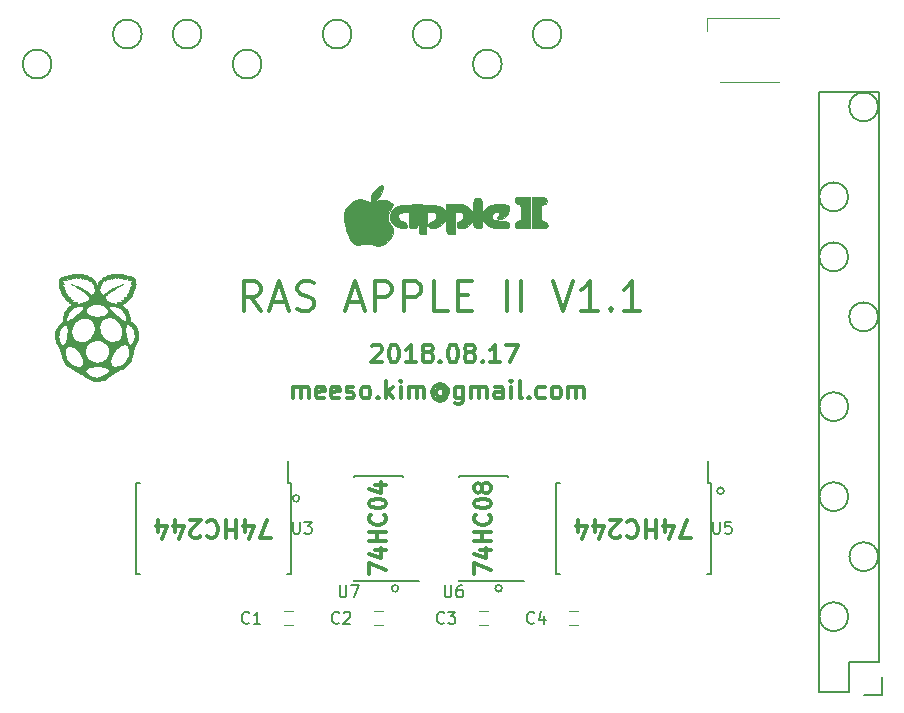
<source format=gbr>
G04 #@! TF.FileFunction,Legend,Top*
%FSLAX46Y46*%
G04 Gerber Fmt 4.6, Leading zero omitted, Abs format (unit mm)*
G04 Created by KiCad (PCBNEW 4.0.7) date 08/27/18 09:58:05*
%MOMM*%
%LPD*%
G01*
G04 APERTURE LIST*
%ADD10C,0.100000*%
%ADD11C,0.200000*%
%ADD12C,0.300000*%
%ADD13C,0.150000*%
%ADD14C,0.120000*%
%ADD15C,0.010000*%
G04 APERTURE END LIST*
D10*
D11*
X179464295Y-121779705D02*
G75*
G03X179464295Y-121779705I-1219795J0D01*
G01*
X182004295Y-116699705D02*
G75*
G03X182004295Y-116699705I-1219795J0D01*
G01*
X179464295Y-111619705D02*
G75*
G03X179464295Y-111619705I-1219795J0D01*
G01*
X179464295Y-103999705D02*
G75*
G03X179464295Y-103999705I-1219795J0D01*
G01*
X181991000Y-96393000D02*
G75*
G03X181991000Y-96393000I-1219795J0D01*
G01*
X179451000Y-91313000D02*
G75*
G03X179451000Y-91313000I-1219795J0D01*
G01*
X179451000Y-86233000D02*
G75*
G03X179451000Y-86233000I-1219795J0D01*
G01*
X181991000Y-78613000D02*
G75*
G03X181991000Y-78613000I-1219795J0D01*
G01*
X150127295Y-74993500D02*
G75*
G03X150127295Y-74993500I-1219795J0D01*
G01*
X155194000Y-72453500D02*
G75*
G03X155194000Y-72453500I-1219795J0D01*
G01*
X145034000Y-72453500D02*
G75*
G03X145034000Y-72453500I-1219795J0D01*
G01*
X137414000Y-72453500D02*
G75*
G03X137414000Y-72453500I-1219795J0D01*
G01*
X124714000Y-72453500D02*
G75*
G03X124714000Y-72453500I-1219795J0D01*
G01*
X129794000Y-74993500D02*
G75*
G03X129794000Y-74993500I-1219795J0D01*
G01*
X112014000Y-74993500D02*
G75*
G03X112014000Y-74993500I-1219795J0D01*
G01*
X119647295Y-72453500D02*
G75*
G03X119647295Y-72453500I-1219795J0D01*
G01*
D12*
X138933333Y-118199999D02*
X138933333Y-117266666D01*
X140333333Y-117866666D01*
X139400000Y-116133333D02*
X140333333Y-116133333D01*
X138866667Y-116466666D02*
X139866667Y-116799999D01*
X139866667Y-115933333D01*
X140333333Y-115400000D02*
X138933333Y-115400000D01*
X139600000Y-115400000D02*
X139600000Y-114600000D01*
X140333333Y-114600000D02*
X138933333Y-114600000D01*
X140200000Y-113133333D02*
X140266667Y-113199999D01*
X140333333Y-113399999D01*
X140333333Y-113533333D01*
X140266667Y-113733333D01*
X140133333Y-113866666D01*
X140000000Y-113933333D01*
X139733333Y-113999999D01*
X139533333Y-113999999D01*
X139266667Y-113933333D01*
X139133333Y-113866666D01*
X139000000Y-113733333D01*
X138933333Y-113533333D01*
X138933333Y-113399999D01*
X139000000Y-113199999D01*
X139066667Y-113133333D01*
X138933333Y-112266666D02*
X138933333Y-112133333D01*
X139000000Y-111999999D01*
X139066667Y-111933333D01*
X139200000Y-111866666D01*
X139466667Y-111799999D01*
X139800000Y-111799999D01*
X140066667Y-111866666D01*
X140200000Y-111933333D01*
X140266667Y-111999999D01*
X140333333Y-112133333D01*
X140333333Y-112266666D01*
X140266667Y-112399999D01*
X140200000Y-112466666D01*
X140066667Y-112533333D01*
X139800000Y-112599999D01*
X139466667Y-112599999D01*
X139200000Y-112533333D01*
X139066667Y-112466666D01*
X139000000Y-112399999D01*
X138933333Y-112266666D01*
X139400000Y-110600000D02*
X140333333Y-110600000D01*
X138866667Y-110933333D02*
X139866667Y-111266666D01*
X139866667Y-110400000D01*
X147823333Y-118199999D02*
X147823333Y-117266666D01*
X149223333Y-117866666D01*
X148290000Y-116133333D02*
X149223333Y-116133333D01*
X147756667Y-116466666D02*
X148756667Y-116799999D01*
X148756667Y-115933333D01*
X149223333Y-115400000D02*
X147823333Y-115400000D01*
X148490000Y-115400000D02*
X148490000Y-114600000D01*
X149223333Y-114600000D02*
X147823333Y-114600000D01*
X149090000Y-113133333D02*
X149156667Y-113199999D01*
X149223333Y-113399999D01*
X149223333Y-113533333D01*
X149156667Y-113733333D01*
X149023333Y-113866666D01*
X148890000Y-113933333D01*
X148623333Y-113999999D01*
X148423333Y-113999999D01*
X148156667Y-113933333D01*
X148023333Y-113866666D01*
X147890000Y-113733333D01*
X147823333Y-113533333D01*
X147823333Y-113399999D01*
X147890000Y-113199999D01*
X147956667Y-113133333D01*
X147823333Y-112266666D02*
X147823333Y-112133333D01*
X147890000Y-111999999D01*
X147956667Y-111933333D01*
X148090000Y-111866666D01*
X148356667Y-111799999D01*
X148690000Y-111799999D01*
X148956667Y-111866666D01*
X149090000Y-111933333D01*
X149156667Y-111999999D01*
X149223333Y-112133333D01*
X149223333Y-112266666D01*
X149156667Y-112399999D01*
X149090000Y-112466666D01*
X148956667Y-112533333D01*
X148690000Y-112599999D01*
X148356667Y-112599999D01*
X148090000Y-112533333D01*
X147956667Y-112466666D01*
X147890000Y-112399999D01*
X147823333Y-112266666D01*
X148423333Y-111000000D02*
X148356667Y-111133333D01*
X148290000Y-111200000D01*
X148156667Y-111266666D01*
X148090000Y-111266666D01*
X147956667Y-111200000D01*
X147890000Y-111133333D01*
X147823333Y-111000000D01*
X147823333Y-110733333D01*
X147890000Y-110600000D01*
X147956667Y-110533333D01*
X148090000Y-110466666D01*
X148156667Y-110466666D01*
X148290000Y-110533333D01*
X148356667Y-110600000D01*
X148423333Y-110733333D01*
X148423333Y-111000000D01*
X148490000Y-111133333D01*
X148556667Y-111200000D01*
X148690000Y-111266666D01*
X148956667Y-111266666D01*
X149090000Y-111200000D01*
X149156667Y-111133333D01*
X149223333Y-111000000D01*
X149223333Y-110733333D01*
X149156667Y-110600000D01*
X149090000Y-110533333D01*
X148956667Y-110466666D01*
X148690000Y-110466666D01*
X148556667Y-110533333D01*
X148490000Y-110600000D01*
X148423333Y-110733333D01*
D11*
X168939981Y-111125000D02*
G75*
G03X168939981Y-111125000I-283981J0D01*
G01*
X150143981Y-119380000D02*
G75*
G03X150143981Y-119380000I-283981J0D01*
G01*
D12*
X166182856Y-115121429D02*
X165182856Y-115121429D01*
X165825713Y-113621429D01*
X163968571Y-114621429D02*
X163968571Y-113621429D01*
X164325714Y-115192857D02*
X164682857Y-114121429D01*
X163754285Y-114121429D01*
X163182857Y-113621429D02*
X163182857Y-115121429D01*
X163182857Y-114407143D02*
X162325714Y-114407143D01*
X162325714Y-113621429D02*
X162325714Y-115121429D01*
X160754285Y-113764286D02*
X160825714Y-113692857D01*
X161040000Y-113621429D01*
X161182857Y-113621429D01*
X161397142Y-113692857D01*
X161540000Y-113835714D01*
X161611428Y-113978571D01*
X161682857Y-114264286D01*
X161682857Y-114478571D01*
X161611428Y-114764286D01*
X161540000Y-114907143D01*
X161397142Y-115050000D01*
X161182857Y-115121429D01*
X161040000Y-115121429D01*
X160825714Y-115050000D01*
X160754285Y-114978571D01*
X160182857Y-114978571D02*
X160111428Y-115050000D01*
X159968571Y-115121429D01*
X159611428Y-115121429D01*
X159468571Y-115050000D01*
X159397142Y-114978571D01*
X159325714Y-114835714D01*
X159325714Y-114692857D01*
X159397142Y-114478571D01*
X160254285Y-113621429D01*
X159325714Y-113621429D01*
X158040000Y-114621429D02*
X158040000Y-113621429D01*
X158397143Y-115192857D02*
X158754286Y-114121429D01*
X157825714Y-114121429D01*
X156611429Y-114621429D02*
X156611429Y-113621429D01*
X156968572Y-115192857D02*
X157325715Y-114121429D01*
X156397143Y-114121429D01*
X130622856Y-115121429D02*
X129622856Y-115121429D01*
X130265713Y-113621429D01*
X128408571Y-114621429D02*
X128408571Y-113621429D01*
X128765714Y-115192857D02*
X129122857Y-114121429D01*
X128194285Y-114121429D01*
X127622857Y-113621429D02*
X127622857Y-115121429D01*
X127622857Y-114407143D02*
X126765714Y-114407143D01*
X126765714Y-113621429D02*
X126765714Y-115121429D01*
X125194285Y-113764286D02*
X125265714Y-113692857D01*
X125480000Y-113621429D01*
X125622857Y-113621429D01*
X125837142Y-113692857D01*
X125980000Y-113835714D01*
X126051428Y-113978571D01*
X126122857Y-114264286D01*
X126122857Y-114478571D01*
X126051428Y-114764286D01*
X125980000Y-114907143D01*
X125837142Y-115050000D01*
X125622857Y-115121429D01*
X125480000Y-115121429D01*
X125265714Y-115050000D01*
X125194285Y-114978571D01*
X124622857Y-114978571D02*
X124551428Y-115050000D01*
X124408571Y-115121429D01*
X124051428Y-115121429D01*
X123908571Y-115050000D01*
X123837142Y-114978571D01*
X123765714Y-114835714D01*
X123765714Y-114692857D01*
X123837142Y-114478571D01*
X124694285Y-113621429D01*
X123765714Y-113621429D01*
X122480000Y-114621429D02*
X122480000Y-113621429D01*
X122837143Y-115192857D02*
X123194286Y-114121429D01*
X122265714Y-114121429D01*
X121051429Y-114621429D02*
X121051429Y-113621429D01*
X121408572Y-115192857D02*
X121765715Y-114121429D01*
X120837143Y-114121429D01*
D11*
X132998981Y-111760000D02*
G75*
G03X132998981Y-111760000I-283981J0D01*
G01*
X141380981Y-119380000D02*
G75*
G03X141380981Y-119380000I-283981J0D01*
G01*
D12*
X132494286Y-103294571D02*
X132494286Y-102294571D01*
X132494286Y-102437429D02*
X132565714Y-102366000D01*
X132708572Y-102294571D01*
X132922857Y-102294571D01*
X133065714Y-102366000D01*
X133137143Y-102508857D01*
X133137143Y-103294571D01*
X133137143Y-102508857D02*
X133208572Y-102366000D01*
X133351429Y-102294571D01*
X133565714Y-102294571D01*
X133708572Y-102366000D01*
X133780000Y-102508857D01*
X133780000Y-103294571D01*
X135065714Y-103223143D02*
X134922857Y-103294571D01*
X134637143Y-103294571D01*
X134494286Y-103223143D01*
X134422857Y-103080286D01*
X134422857Y-102508857D01*
X134494286Y-102366000D01*
X134637143Y-102294571D01*
X134922857Y-102294571D01*
X135065714Y-102366000D01*
X135137143Y-102508857D01*
X135137143Y-102651714D01*
X134422857Y-102794571D01*
X136351428Y-103223143D02*
X136208571Y-103294571D01*
X135922857Y-103294571D01*
X135780000Y-103223143D01*
X135708571Y-103080286D01*
X135708571Y-102508857D01*
X135780000Y-102366000D01*
X135922857Y-102294571D01*
X136208571Y-102294571D01*
X136351428Y-102366000D01*
X136422857Y-102508857D01*
X136422857Y-102651714D01*
X135708571Y-102794571D01*
X136994285Y-103223143D02*
X137137142Y-103294571D01*
X137422857Y-103294571D01*
X137565714Y-103223143D01*
X137637142Y-103080286D01*
X137637142Y-103008857D01*
X137565714Y-102866000D01*
X137422857Y-102794571D01*
X137208571Y-102794571D01*
X137065714Y-102723143D01*
X136994285Y-102580286D01*
X136994285Y-102508857D01*
X137065714Y-102366000D01*
X137208571Y-102294571D01*
X137422857Y-102294571D01*
X137565714Y-102366000D01*
X138494286Y-103294571D02*
X138351428Y-103223143D01*
X138280000Y-103151714D01*
X138208571Y-103008857D01*
X138208571Y-102580286D01*
X138280000Y-102437429D01*
X138351428Y-102366000D01*
X138494286Y-102294571D01*
X138708571Y-102294571D01*
X138851428Y-102366000D01*
X138922857Y-102437429D01*
X138994286Y-102580286D01*
X138994286Y-103008857D01*
X138922857Y-103151714D01*
X138851428Y-103223143D01*
X138708571Y-103294571D01*
X138494286Y-103294571D01*
X139637143Y-103151714D02*
X139708571Y-103223143D01*
X139637143Y-103294571D01*
X139565714Y-103223143D01*
X139637143Y-103151714D01*
X139637143Y-103294571D01*
X140351429Y-103294571D02*
X140351429Y-101794571D01*
X140494286Y-102723143D02*
X140922857Y-103294571D01*
X140922857Y-102294571D02*
X140351429Y-102866000D01*
X141565715Y-103294571D02*
X141565715Y-102294571D01*
X141565715Y-101794571D02*
X141494286Y-101866000D01*
X141565715Y-101937429D01*
X141637143Y-101866000D01*
X141565715Y-101794571D01*
X141565715Y-101937429D01*
X142280001Y-103294571D02*
X142280001Y-102294571D01*
X142280001Y-102437429D02*
X142351429Y-102366000D01*
X142494287Y-102294571D01*
X142708572Y-102294571D01*
X142851429Y-102366000D01*
X142922858Y-102508857D01*
X142922858Y-103294571D01*
X142922858Y-102508857D02*
X142994287Y-102366000D01*
X143137144Y-102294571D01*
X143351429Y-102294571D01*
X143494287Y-102366000D01*
X143565715Y-102508857D01*
X143565715Y-103294571D01*
X145208572Y-102580286D02*
X145137144Y-102508857D01*
X144994287Y-102437429D01*
X144851429Y-102437429D01*
X144708572Y-102508857D01*
X144637144Y-102580286D01*
X144565715Y-102723143D01*
X144565715Y-102866000D01*
X144637144Y-103008857D01*
X144708572Y-103080286D01*
X144851429Y-103151714D01*
X144994287Y-103151714D01*
X145137144Y-103080286D01*
X145208572Y-103008857D01*
X145208572Y-102437429D02*
X145208572Y-103008857D01*
X145280001Y-103080286D01*
X145351429Y-103080286D01*
X145494287Y-103008857D01*
X145565715Y-102866000D01*
X145565715Y-102508857D01*
X145422858Y-102294571D01*
X145208572Y-102151714D01*
X144922858Y-102080286D01*
X144637144Y-102151714D01*
X144422858Y-102294571D01*
X144280001Y-102508857D01*
X144208572Y-102794571D01*
X144280001Y-103080286D01*
X144422858Y-103294571D01*
X144637144Y-103437429D01*
X144922858Y-103508857D01*
X145208572Y-103437429D01*
X145422858Y-103294571D01*
X146851429Y-102294571D02*
X146851429Y-103508857D01*
X146780000Y-103651714D01*
X146708572Y-103723143D01*
X146565715Y-103794571D01*
X146351429Y-103794571D01*
X146208572Y-103723143D01*
X146851429Y-103223143D02*
X146708572Y-103294571D01*
X146422858Y-103294571D01*
X146280000Y-103223143D01*
X146208572Y-103151714D01*
X146137143Y-103008857D01*
X146137143Y-102580286D01*
X146208572Y-102437429D01*
X146280000Y-102366000D01*
X146422858Y-102294571D01*
X146708572Y-102294571D01*
X146851429Y-102366000D01*
X147565715Y-103294571D02*
X147565715Y-102294571D01*
X147565715Y-102437429D02*
X147637143Y-102366000D01*
X147780001Y-102294571D01*
X147994286Y-102294571D01*
X148137143Y-102366000D01*
X148208572Y-102508857D01*
X148208572Y-103294571D01*
X148208572Y-102508857D02*
X148280001Y-102366000D01*
X148422858Y-102294571D01*
X148637143Y-102294571D01*
X148780001Y-102366000D01*
X148851429Y-102508857D01*
X148851429Y-103294571D01*
X150208572Y-103294571D02*
X150208572Y-102508857D01*
X150137143Y-102366000D01*
X149994286Y-102294571D01*
X149708572Y-102294571D01*
X149565715Y-102366000D01*
X150208572Y-103223143D02*
X150065715Y-103294571D01*
X149708572Y-103294571D01*
X149565715Y-103223143D01*
X149494286Y-103080286D01*
X149494286Y-102937429D01*
X149565715Y-102794571D01*
X149708572Y-102723143D01*
X150065715Y-102723143D01*
X150208572Y-102651714D01*
X150922858Y-103294571D02*
X150922858Y-102294571D01*
X150922858Y-101794571D02*
X150851429Y-101866000D01*
X150922858Y-101937429D01*
X150994286Y-101866000D01*
X150922858Y-101794571D01*
X150922858Y-101937429D01*
X151851430Y-103294571D02*
X151708572Y-103223143D01*
X151637144Y-103080286D01*
X151637144Y-101794571D01*
X152422858Y-103151714D02*
X152494286Y-103223143D01*
X152422858Y-103294571D01*
X152351429Y-103223143D01*
X152422858Y-103151714D01*
X152422858Y-103294571D01*
X153780001Y-103223143D02*
X153637144Y-103294571D01*
X153351430Y-103294571D01*
X153208572Y-103223143D01*
X153137144Y-103151714D01*
X153065715Y-103008857D01*
X153065715Y-102580286D01*
X153137144Y-102437429D01*
X153208572Y-102366000D01*
X153351430Y-102294571D01*
X153637144Y-102294571D01*
X153780001Y-102366000D01*
X154637144Y-103294571D02*
X154494286Y-103223143D01*
X154422858Y-103151714D01*
X154351429Y-103008857D01*
X154351429Y-102580286D01*
X154422858Y-102437429D01*
X154494286Y-102366000D01*
X154637144Y-102294571D01*
X154851429Y-102294571D01*
X154994286Y-102366000D01*
X155065715Y-102437429D01*
X155137144Y-102580286D01*
X155137144Y-103008857D01*
X155065715Y-103151714D01*
X154994286Y-103223143D01*
X154851429Y-103294571D01*
X154637144Y-103294571D01*
X155780001Y-103294571D02*
X155780001Y-102294571D01*
X155780001Y-102437429D02*
X155851429Y-102366000D01*
X155994287Y-102294571D01*
X156208572Y-102294571D01*
X156351429Y-102366000D01*
X156422858Y-102508857D01*
X156422858Y-103294571D01*
X156422858Y-102508857D02*
X156494287Y-102366000D01*
X156637144Y-102294571D01*
X156851429Y-102294571D01*
X156994287Y-102366000D01*
X157065715Y-102508857D01*
X157065715Y-103294571D01*
X139145144Y-98889429D02*
X139216573Y-98818000D01*
X139359430Y-98746571D01*
X139716573Y-98746571D01*
X139859430Y-98818000D01*
X139930859Y-98889429D01*
X140002287Y-99032286D01*
X140002287Y-99175143D01*
X139930859Y-99389429D01*
X139073716Y-100246571D01*
X140002287Y-100246571D01*
X140930858Y-98746571D02*
X141073715Y-98746571D01*
X141216572Y-98818000D01*
X141288001Y-98889429D01*
X141359430Y-99032286D01*
X141430858Y-99318000D01*
X141430858Y-99675143D01*
X141359430Y-99960857D01*
X141288001Y-100103714D01*
X141216572Y-100175143D01*
X141073715Y-100246571D01*
X140930858Y-100246571D01*
X140788001Y-100175143D01*
X140716572Y-100103714D01*
X140645144Y-99960857D01*
X140573715Y-99675143D01*
X140573715Y-99318000D01*
X140645144Y-99032286D01*
X140716572Y-98889429D01*
X140788001Y-98818000D01*
X140930858Y-98746571D01*
X142859429Y-100246571D02*
X142002286Y-100246571D01*
X142430858Y-100246571D02*
X142430858Y-98746571D01*
X142288001Y-98960857D01*
X142145143Y-99103714D01*
X142002286Y-99175143D01*
X143716572Y-99389429D02*
X143573714Y-99318000D01*
X143502286Y-99246571D01*
X143430857Y-99103714D01*
X143430857Y-99032286D01*
X143502286Y-98889429D01*
X143573714Y-98818000D01*
X143716572Y-98746571D01*
X144002286Y-98746571D01*
X144145143Y-98818000D01*
X144216572Y-98889429D01*
X144288000Y-99032286D01*
X144288000Y-99103714D01*
X144216572Y-99246571D01*
X144145143Y-99318000D01*
X144002286Y-99389429D01*
X143716572Y-99389429D01*
X143573714Y-99460857D01*
X143502286Y-99532286D01*
X143430857Y-99675143D01*
X143430857Y-99960857D01*
X143502286Y-100103714D01*
X143573714Y-100175143D01*
X143716572Y-100246571D01*
X144002286Y-100246571D01*
X144145143Y-100175143D01*
X144216572Y-100103714D01*
X144288000Y-99960857D01*
X144288000Y-99675143D01*
X144216572Y-99532286D01*
X144145143Y-99460857D01*
X144002286Y-99389429D01*
X144930857Y-100103714D02*
X145002285Y-100175143D01*
X144930857Y-100246571D01*
X144859428Y-100175143D01*
X144930857Y-100103714D01*
X144930857Y-100246571D01*
X145930857Y-98746571D02*
X146073714Y-98746571D01*
X146216571Y-98818000D01*
X146288000Y-98889429D01*
X146359429Y-99032286D01*
X146430857Y-99318000D01*
X146430857Y-99675143D01*
X146359429Y-99960857D01*
X146288000Y-100103714D01*
X146216571Y-100175143D01*
X146073714Y-100246571D01*
X145930857Y-100246571D01*
X145788000Y-100175143D01*
X145716571Y-100103714D01*
X145645143Y-99960857D01*
X145573714Y-99675143D01*
X145573714Y-99318000D01*
X145645143Y-99032286D01*
X145716571Y-98889429D01*
X145788000Y-98818000D01*
X145930857Y-98746571D01*
X147288000Y-99389429D02*
X147145142Y-99318000D01*
X147073714Y-99246571D01*
X147002285Y-99103714D01*
X147002285Y-99032286D01*
X147073714Y-98889429D01*
X147145142Y-98818000D01*
X147288000Y-98746571D01*
X147573714Y-98746571D01*
X147716571Y-98818000D01*
X147788000Y-98889429D01*
X147859428Y-99032286D01*
X147859428Y-99103714D01*
X147788000Y-99246571D01*
X147716571Y-99318000D01*
X147573714Y-99389429D01*
X147288000Y-99389429D01*
X147145142Y-99460857D01*
X147073714Y-99532286D01*
X147002285Y-99675143D01*
X147002285Y-99960857D01*
X147073714Y-100103714D01*
X147145142Y-100175143D01*
X147288000Y-100246571D01*
X147573714Y-100246571D01*
X147716571Y-100175143D01*
X147788000Y-100103714D01*
X147859428Y-99960857D01*
X147859428Y-99675143D01*
X147788000Y-99532286D01*
X147716571Y-99460857D01*
X147573714Y-99389429D01*
X148502285Y-100103714D02*
X148573713Y-100175143D01*
X148502285Y-100246571D01*
X148430856Y-100175143D01*
X148502285Y-100103714D01*
X148502285Y-100246571D01*
X150002285Y-100246571D02*
X149145142Y-100246571D01*
X149573714Y-100246571D02*
X149573714Y-98746571D01*
X149430857Y-98960857D01*
X149287999Y-99103714D01*
X149145142Y-99175143D01*
X150502285Y-98746571D02*
X151502285Y-98746571D01*
X150859428Y-100246571D01*
X129736382Y-95872952D02*
X128903048Y-94682476D01*
X128307810Y-95872952D02*
X128307810Y-93372952D01*
X129260191Y-93372952D01*
X129498286Y-93492000D01*
X129617334Y-93611048D01*
X129736382Y-93849143D01*
X129736382Y-94206286D01*
X129617334Y-94444381D01*
X129498286Y-94563429D01*
X129260191Y-94682476D01*
X128307810Y-94682476D01*
X130688762Y-95158667D02*
X131879239Y-95158667D01*
X130450667Y-95872952D02*
X131284001Y-93372952D01*
X132117334Y-95872952D01*
X132831619Y-95753905D02*
X133188762Y-95872952D01*
X133784000Y-95872952D01*
X134022096Y-95753905D01*
X134141143Y-95634857D01*
X134260191Y-95396762D01*
X134260191Y-95158667D01*
X134141143Y-94920571D01*
X134022096Y-94801524D01*
X133784000Y-94682476D01*
X133307810Y-94563429D01*
X133069715Y-94444381D01*
X132950667Y-94325333D01*
X132831619Y-94087238D01*
X132831619Y-93849143D01*
X132950667Y-93611048D01*
X133069715Y-93492000D01*
X133307810Y-93372952D01*
X133903048Y-93372952D01*
X134260191Y-93492000D01*
X137117333Y-95158667D02*
X138307810Y-95158667D01*
X136879238Y-95872952D02*
X137712572Y-93372952D01*
X138545905Y-95872952D01*
X139379238Y-95872952D02*
X139379238Y-93372952D01*
X140331619Y-93372952D01*
X140569714Y-93492000D01*
X140688762Y-93611048D01*
X140807810Y-93849143D01*
X140807810Y-94206286D01*
X140688762Y-94444381D01*
X140569714Y-94563429D01*
X140331619Y-94682476D01*
X139379238Y-94682476D01*
X141879238Y-95872952D02*
X141879238Y-93372952D01*
X142831619Y-93372952D01*
X143069714Y-93492000D01*
X143188762Y-93611048D01*
X143307810Y-93849143D01*
X143307810Y-94206286D01*
X143188762Y-94444381D01*
X143069714Y-94563429D01*
X142831619Y-94682476D01*
X141879238Y-94682476D01*
X145569714Y-95872952D02*
X144379238Y-95872952D01*
X144379238Y-93372952D01*
X146403048Y-94563429D02*
X147236381Y-94563429D01*
X147593524Y-95872952D02*
X146403048Y-95872952D01*
X146403048Y-93372952D01*
X147593524Y-93372952D01*
X150569715Y-95872952D02*
X150569715Y-93372952D01*
X151760191Y-95872952D02*
X151760191Y-93372952D01*
X154498286Y-93372952D02*
X155331620Y-95872952D01*
X156164953Y-93372952D01*
X158307810Y-95872952D02*
X156879238Y-95872952D01*
X157593524Y-95872952D02*
X157593524Y-93372952D01*
X157355429Y-93730095D01*
X157117334Y-93968190D01*
X156879238Y-94087238D01*
X159379238Y-95634857D02*
X159498286Y-95753905D01*
X159379238Y-95872952D01*
X159260190Y-95753905D01*
X159379238Y-95634857D01*
X159379238Y-95872952D01*
X161879238Y-95872952D02*
X160450666Y-95872952D01*
X161164952Y-95872952D02*
X161164952Y-93372952D01*
X160926857Y-93730095D01*
X160688762Y-93968190D01*
X160450666Y-94087238D01*
D13*
X176974000Y-77343000D02*
X176974000Y-128143000D01*
X182054000Y-125603000D02*
X182054000Y-77343000D01*
X176974000Y-77343000D02*
X182054000Y-77343000D01*
X176974000Y-128143000D02*
X179514000Y-128143000D01*
X180784000Y-128423000D02*
X182334000Y-128423000D01*
X179514000Y-128143000D02*
X179514000Y-125603000D01*
X179514000Y-125603000D02*
X182054000Y-125603000D01*
X182334000Y-128423000D02*
X182334000Y-126873000D01*
D14*
X167532000Y-71087000D02*
X173632000Y-71087000D01*
X167532000Y-72187000D02*
X167532000Y-71087000D01*
X173632000Y-76487000D02*
X168632000Y-76487000D01*
D15*
G36*
X117576626Y-92741671D02*
X117623120Y-92759989D01*
X117648612Y-92773655D01*
X117671231Y-92778119D01*
X117701061Y-92773982D01*
X117731070Y-92766442D01*
X117818388Y-92750711D01*
X117898870Y-92750671D01*
X117966635Y-92766162D01*
X117982644Y-92773318D01*
X118014875Y-92791656D01*
X118036544Y-92807461D01*
X118040037Y-92811418D01*
X118055870Y-92817875D01*
X118089798Y-92822497D01*
X118134533Y-92824299D01*
X118135322Y-92824299D01*
X118208411Y-92828118D01*
X118263225Y-92840731D01*
X118305890Y-92863878D01*
X118321706Y-92877202D01*
X118342491Y-92891432D01*
X118372038Y-92900313D01*
X118416925Y-92905393D01*
X118448706Y-92907053D01*
X118536953Y-92913536D01*
X118605475Y-92926000D01*
X118659580Y-92946142D01*
X118704579Y-92975659D01*
X118726785Y-92995916D01*
X118759949Y-93026555D01*
X118784865Y-93041367D01*
X118809252Y-93044281D01*
X118819575Y-93043147D01*
X118898732Y-93043013D01*
X118971661Y-93064812D01*
X119033751Y-93106298D01*
X119080391Y-93165227D01*
X119083996Y-93171930D01*
X119099938Y-93223296D01*
X119104230Y-93285232D01*
X119096850Y-93345723D01*
X119084394Y-93381442D01*
X119071335Y-93410955D01*
X119071381Y-93431418D01*
X119085566Y-93455963D01*
X119090856Y-93463452D01*
X119112384Y-93508924D01*
X119122890Y-93571719D01*
X119123410Y-93579409D01*
X119124127Y-93628107D01*
X119117440Y-93667232D01*
X119100545Y-93709601D01*
X119090459Y-93730017D01*
X119069808Y-93773742D01*
X119060449Y-93805195D01*
X119060397Y-93833760D01*
X119064187Y-93854216D01*
X119068374Y-93921977D01*
X119049905Y-93990950D01*
X119008014Y-94063432D01*
X118984450Y-94094018D01*
X118962425Y-94125466D01*
X118951541Y-94157285D01*
X118948257Y-94200863D01*
X118948200Y-94210666D01*
X118945169Y-94270492D01*
X118933508Y-94316904D01*
X118909360Y-94359358D01*
X118868869Y-94407308D01*
X118867319Y-94408975D01*
X118833509Y-94449022D01*
X118814232Y-94484128D01*
X118804004Y-94524982D01*
X118802491Y-94535303D01*
X118786701Y-94596594D01*
X118755032Y-94652761D01*
X118704542Y-94707862D01*
X118638447Y-94761460D01*
X118593973Y-94796030D01*
X118567739Y-94821992D01*
X118556033Y-94843507D01*
X118554434Y-94855574D01*
X118545354Y-94894457D01*
X118521875Y-94940057D01*
X118489449Y-94983244D01*
X118463644Y-95007698D01*
X118434390Y-95026948D01*
X118391762Y-95050865D01*
X118350802Y-95071450D01*
X118304440Y-95095681D01*
X118275154Y-95118283D01*
X118255832Y-95145372D01*
X118249365Y-95158687D01*
X118211308Y-95213816D01*
X118151274Y-95261223D01*
X118071917Y-95299382D01*
X117975892Y-95326769D01*
X117947368Y-95332132D01*
X117914751Y-95339617D01*
X117895930Y-95347759D01*
X117894100Y-95350499D01*
X117904120Y-95361005D01*
X117930931Y-95381200D01*
X117969654Y-95407516D01*
X117989902Y-95420555D01*
X118065610Y-95474425D01*
X118148176Y-95543079D01*
X118230608Y-95620007D01*
X118305913Y-95698703D01*
X118364337Y-95768985D01*
X118420178Y-95852338D01*
X118475818Y-95952241D01*
X118527166Y-96060142D01*
X118570132Y-96167490D01*
X118599064Y-96259650D01*
X118614228Y-96327871D01*
X118628479Y-96409709D01*
X118639916Y-96493400D01*
X118645046Y-96544492D01*
X118653927Y-96631580D01*
X118665999Y-96698495D01*
X118683602Y-96750450D01*
X118709077Y-96792658D01*
X118744765Y-96830331D01*
X118789450Y-96866070D01*
X118921780Y-96978703D01*
X119040754Y-97110360D01*
X119143307Y-97256848D01*
X119226375Y-97413971D01*
X119269909Y-97523988D01*
X119317713Y-97701797D01*
X119341169Y-97883008D01*
X119340651Y-98065188D01*
X119316532Y-98245904D01*
X119269185Y-98422722D01*
X119198982Y-98593209D01*
X119106297Y-98754931D01*
X119074054Y-98801527D01*
X119043015Y-98845716D01*
X119020002Y-98882906D01*
X119002122Y-98919769D01*
X118986480Y-98962974D01*
X118970184Y-99019194D01*
X118955620Y-99074577D01*
X118937734Y-99142287D01*
X118920120Y-99206188D01*
X118904648Y-99259669D01*
X118893189Y-99296118D01*
X118891927Y-99299721D01*
X118881244Y-99342953D01*
X118874011Y-99397938D01*
X118872000Y-99440933D01*
X118861488Y-99587254D01*
X118831116Y-99741589D01*
X118782629Y-99898596D01*
X118717772Y-100052934D01*
X118638292Y-100199260D01*
X118609471Y-100244399D01*
X118509717Y-100374330D01*
X118389614Y-100496920D01*
X118253945Y-100608501D01*
X118107495Y-100705406D01*
X117955048Y-100783966D01*
X117853544Y-100823960D01*
X117816362Y-100840413D01*
X117765253Y-100867972D01*
X117706862Y-100902844D01*
X117647833Y-100941233D01*
X117645916Y-100942540D01*
X117421862Y-101082404D01*
X117184259Y-101206038D01*
X117127554Y-101232133D01*
X117063634Y-101262437D01*
X117014386Y-101290871D01*
X116970473Y-101323847D01*
X116922555Y-101367779D01*
X116905304Y-101384747D01*
X116755910Y-101516924D01*
X116597687Y-101625298D01*
X116430444Y-101709952D01*
X116253994Y-101770967D01*
X116068146Y-101808426D01*
X115900200Y-101821875D01*
X115833273Y-101823251D01*
X115772443Y-101823637D01*
X115723806Y-101823053D01*
X115693457Y-101821519D01*
X115690650Y-101821179D01*
X115656939Y-101815922D01*
X115610363Y-101808122D01*
X115576350Y-101802183D01*
X115403200Y-101759147D01*
X115232614Y-101693190D01*
X115069162Y-101606713D01*
X114917416Y-101502115D01*
X114788950Y-101388832D01*
X114746630Y-101349224D01*
X114706863Y-101319478D01*
X114661005Y-101294128D01*
X114600415Y-101267710D01*
X114592100Y-101264352D01*
X114483182Y-101217042D01*
X114365896Y-101159890D01*
X114245934Y-101096123D01*
X114128988Y-101028972D01*
X114068371Y-100991276D01*
X114860265Y-100991276D01*
X114863208Y-101006236D01*
X114879345Y-101039943D01*
X114911731Y-101084799D01*
X114956437Y-101136526D01*
X115009535Y-101190843D01*
X115067096Y-101243473D01*
X115120960Y-101286981D01*
X115269973Y-101384717D01*
X115424531Y-101458067D01*
X115586282Y-101507741D01*
X115667956Y-101523543D01*
X115748813Y-101531142D01*
X115844851Y-101532051D01*
X115946904Y-101526823D01*
X116045807Y-101516009D01*
X116132396Y-101500163D01*
X116155896Y-101494150D01*
X116321982Y-101434782D01*
X116476867Y-101353173D01*
X116618425Y-101250756D01*
X116744527Y-101128965D01*
X116803689Y-101057930D01*
X116844119Y-100991729D01*
X116860036Y-100929514D01*
X116851328Y-100871129D01*
X116817885Y-100816420D01*
X116759596Y-100765232D01*
X116676350Y-100717411D01*
X116568038Y-100672800D01*
X116516150Y-100655335D01*
X116418790Y-100627551D01*
X116320809Y-100606739D01*
X116216832Y-100592249D01*
X116101486Y-100583435D01*
X115969395Y-100579646D01*
X115887500Y-100579471D01*
X115785077Y-100580609D01*
X115701935Y-100583106D01*
X115631970Y-100587394D01*
X115569078Y-100593906D01*
X115507156Y-100603076D01*
X115474750Y-100608775D01*
X115334812Y-100639398D01*
X115210107Y-100676753D01*
X115102037Y-100719932D01*
X115012004Y-100768021D01*
X114941408Y-100820111D01*
X114891652Y-100875291D01*
X114864137Y-100932650D01*
X114860265Y-100991276D01*
X114068371Y-100991276D01*
X114020753Y-100961664D01*
X113926919Y-100897429D01*
X113874550Y-100857398D01*
X113838235Y-100832198D01*
X113788166Y-100802826D01*
X113734027Y-100774892D01*
X113723653Y-100770013D01*
X113555818Y-100678816D01*
X113402352Y-100567554D01*
X113264622Y-100437982D01*
X113143995Y-100291857D01*
X113041837Y-100130934D01*
X112959516Y-99956967D01*
X112898398Y-99771712D01*
X112877949Y-99684014D01*
X112863357Y-99620977D01*
X112845956Y-99558497D01*
X112828650Y-99506625D01*
X112821874Y-99489889D01*
X112801979Y-99440292D01*
X112792364Y-99413553D01*
X113145744Y-99413553D01*
X113148740Y-99502601D01*
X113156406Y-99582112D01*
X113162489Y-99618322D01*
X113209945Y-99791824D01*
X113278951Y-99953470D01*
X113368219Y-100101695D01*
X113476458Y-100234936D01*
X113602381Y-100351628D01*
X113744698Y-100450209D01*
X113902121Y-100529115D01*
X113918728Y-100535896D01*
X114027068Y-100573127D01*
X114136036Y-100599296D01*
X114240905Y-100613921D01*
X114336945Y-100616520D01*
X114419429Y-100606609D01*
X114466898Y-100591832D01*
X114511022Y-100564186D01*
X114558334Y-100520664D01*
X114602444Y-100468707D01*
X114636961Y-100415754D01*
X114654539Y-100373399D01*
X114675327Y-100238877D01*
X114671592Y-100097960D01*
X114643357Y-99950785D01*
X114590646Y-99797492D01*
X114540098Y-99688382D01*
X114490490Y-99594138D01*
X114445233Y-99516271D01*
X114399306Y-99447550D01*
X114347687Y-99380744D01*
X114295489Y-99320350D01*
X114852738Y-99320350D01*
X114854225Y-99414400D01*
X114860076Y-99490621D01*
X114871859Y-99556427D01*
X114891142Y-99619234D01*
X114919495Y-99686459D01*
X114938563Y-99726068D01*
X115013347Y-99849253D01*
X115108492Y-99960992D01*
X115220636Y-100058910D01*
X115346415Y-100140630D01*
X115482464Y-100203775D01*
X115625422Y-100245969D01*
X115690650Y-100257425D01*
X115751161Y-100262682D01*
X115826369Y-100264679D01*
X115907749Y-100263631D01*
X115986773Y-100259751D01*
X116054916Y-100253254D01*
X116091182Y-100247348D01*
X116246837Y-100202862D01*
X116359137Y-100152409D01*
X116994208Y-100152409D01*
X116996729Y-100216253D01*
X117001651Y-100277209D01*
X117008870Y-100333274D01*
X117017253Y-100376662D01*
X117022649Y-100394053D01*
X117070668Y-100479741D01*
X117134299Y-100545395D01*
X117213535Y-100591009D01*
X117268427Y-100608722D01*
X117319712Y-100615086D01*
X117388767Y-100614860D01*
X117468986Y-100608592D01*
X117553763Y-100596827D01*
X117636492Y-100580114D01*
X117647959Y-100577303D01*
X117816191Y-100522401D01*
X117971806Y-100446059D01*
X118113426Y-100349612D01*
X118239674Y-100234399D01*
X118349172Y-100101757D01*
X118440543Y-99953023D01*
X118512410Y-99789534D01*
X118537265Y-99714050D01*
X118550299Y-99667926D01*
X118559582Y-99627162D01*
X118565773Y-99585686D01*
X118569531Y-99537426D01*
X118571515Y-99476313D01*
X118572385Y-99396273D01*
X118572419Y-99390200D01*
X118572405Y-99306821D01*
X118570984Y-99242820D01*
X118567625Y-99192186D01*
X118561798Y-99148913D01*
X118552974Y-99106991D01*
X118544572Y-99074658D01*
X118508286Y-98964183D01*
X118465392Y-98877046D01*
X118414228Y-98811668D01*
X118353131Y-98766473D01*
X118280437Y-98739884D01*
X118194484Y-98730322D01*
X118181428Y-98730252D01*
X118058582Y-98743568D01*
X117934588Y-98781860D01*
X117810192Y-98844776D01*
X117686135Y-98931963D01*
X117602000Y-99005263D01*
X117574247Y-99029799D01*
X117553950Y-99044900D01*
X117548691Y-99047189D01*
X117532206Y-99057407D01*
X117504266Y-99085633D01*
X117467293Y-99128599D01*
X117423704Y-99183036D01*
X117375918Y-99245675D01*
X117326353Y-99313247D01*
X117277430Y-99382485D01*
X117231566Y-99450117D01*
X117191180Y-99512877D01*
X117158691Y-99567495D01*
X117145435Y-99592154D01*
X117101919Y-99688545D01*
X117061402Y-99798854D01*
X117027903Y-99911620D01*
X117015838Y-99961700D01*
X117002461Y-100030070D01*
X116995549Y-100089664D01*
X116994208Y-100152409D01*
X116359137Y-100152409D01*
X116390457Y-100138338D01*
X116520295Y-100055518D01*
X116634607Y-99956145D01*
X116731646Y-99841960D01*
X116809666Y-99714706D01*
X116866922Y-99576124D01*
X116899694Y-99440511D01*
X116908651Y-99382042D01*
X116913174Y-99336482D01*
X116913237Y-99294542D01*
X116908816Y-99246929D01*
X116899885Y-99184355D01*
X116898981Y-99178463D01*
X116863775Y-99030714D01*
X116805512Y-98893142D01*
X116724846Y-98766825D01*
X116622436Y-98652839D01*
X116532510Y-98576664D01*
X116408623Y-98494389D01*
X116281889Y-98433955D01*
X116147963Y-98393980D01*
X116002499Y-98373077D01*
X115881150Y-98369098D01*
X115764244Y-98373732D01*
X115662579Y-98387154D01*
X115567088Y-98411540D01*
X115468708Y-98449067D01*
X115385850Y-98488004D01*
X115254848Y-98563234D01*
X115144533Y-98649151D01*
X115051177Y-98749442D01*
X114971051Y-98867794D01*
X114935740Y-98933000D01*
X114903590Y-99000262D01*
X114880831Y-99059027D01*
X114865916Y-99116507D01*
X114857301Y-99179919D01*
X114853439Y-99256474D01*
X114852738Y-99320350D01*
X114295489Y-99320350D01*
X114285353Y-99308623D01*
X114247486Y-99267106D01*
X114127655Y-99146042D01*
X114012605Y-99048277D01*
X113900259Y-98972654D01*
X113788538Y-98918015D01*
X113675363Y-98883202D01*
X113558658Y-98867060D01*
X113526802Y-98865763D01*
X113466029Y-98865321D01*
X113423302Y-98867794D01*
X113391332Y-98874243D01*
X113362832Y-98885730D01*
X113352221Y-98891194D01*
X113290278Y-98935783D01*
X113234083Y-98997003D01*
X113190945Y-99066134D01*
X113176660Y-99100637D01*
X113162875Y-99158509D01*
X113153001Y-99234574D01*
X113147228Y-99321900D01*
X113145744Y-99413553D01*
X112792364Y-99413553D01*
X112777825Y-99373124D01*
X112751655Y-99295366D01*
X112725708Y-99214002D01*
X112702226Y-99136015D01*
X112683450Y-99068387D01*
X112673715Y-99028250D01*
X112654025Y-98965744D01*
X112626549Y-98916690D01*
X112622101Y-98911203D01*
X112540525Y-98802379D01*
X112465816Y-98675865D01*
X112401936Y-98539204D01*
X112352848Y-98399941D01*
X112352003Y-98397035D01*
X112313938Y-98220931D01*
X112299535Y-98040418D01*
X112302163Y-97985780D01*
X112590353Y-97985780D01*
X112593707Y-98113858D01*
X112596877Y-98140145D01*
X112628343Y-98293810D01*
X112677796Y-98439951D01*
X112743301Y-98574395D01*
X112822923Y-98692968D01*
X112886308Y-98764576D01*
X112926002Y-98799907D01*
X112958353Y-98815380D01*
X112990237Y-98812183D01*
X113028528Y-98791505D01*
X113031296Y-98789656D01*
X113066664Y-98757858D01*
X113106509Y-98709608D01*
X113145904Y-98652052D01*
X113179923Y-98592332D01*
X113202102Y-98541997D01*
X113218136Y-98497494D01*
X113238111Y-98442393D01*
X113254400Y-98397683D01*
X113290396Y-98280456D01*
X113320667Y-98144594D01*
X113344631Y-97996337D01*
X113361702Y-97841924D01*
X113371296Y-97687594D01*
X113371748Y-97643950D01*
X113698146Y-97643950D01*
X113699044Y-97745191D01*
X113704323Y-97828067D01*
X113715379Y-97899438D01*
X113733610Y-97966163D01*
X113760412Y-98035101D01*
X113791265Y-98101150D01*
X113864212Y-98221916D01*
X113955035Y-98326203D01*
X114061369Y-98412874D01*
X114180850Y-98480795D01*
X114311112Y-98528830D01*
X114449792Y-98555844D01*
X114594523Y-98560701D01*
X114719426Y-98546760D01*
X114861070Y-98509056D01*
X114999681Y-98448196D01*
X115132462Y-98366420D01*
X115256619Y-98265971D01*
X115369355Y-98149092D01*
X115467875Y-98018023D01*
X115544344Y-97885250D01*
X115578775Y-97811859D01*
X115604685Y-97744954D01*
X115624785Y-97675741D01*
X115641784Y-97595424D01*
X115651988Y-97536000D01*
X115668098Y-97391311D01*
X115667465Y-97338542D01*
X116070063Y-97338542D01*
X116071072Y-97358200D01*
X116080623Y-97468563D01*
X116096713Y-97564182D01*
X116121793Y-97654474D01*
X116158315Y-97748860D01*
X116191683Y-97821750D01*
X116275311Y-97975230D01*
X116369675Y-98107393D01*
X116477228Y-98220936D01*
X116600425Y-98318552D01*
X116700582Y-98380708D01*
X116776963Y-98422048D01*
X116840760Y-98452110D01*
X116900403Y-98473889D01*
X116964317Y-98490381D01*
X117040930Y-98504580D01*
X117055900Y-98506994D01*
X117129778Y-98517814D01*
X117186930Y-98523299D01*
X117235460Y-98523463D01*
X117283471Y-98518316D01*
X117339069Y-98507872D01*
X117341159Y-98507431D01*
X117482676Y-98466516D01*
X117607194Y-98407021D01*
X117715730Y-98328266D01*
X117809302Y-98229573D01*
X117856262Y-98164247D01*
X117920840Y-98044665D01*
X117965384Y-97913996D01*
X117990519Y-97769912D01*
X117997084Y-97640758D01*
X117986005Y-97481539D01*
X118262417Y-97481539D01*
X118264875Y-97553373D01*
X118271785Y-97643995D01*
X118282424Y-97747326D01*
X118296070Y-97857285D01*
X118311998Y-97967795D01*
X118329486Y-98072774D01*
X118338376Y-98120200D01*
X118365533Y-98239718D01*
X118399044Y-98355922D01*
X118437371Y-98465182D01*
X118478979Y-98563869D01*
X118522332Y-98648353D01*
X118565895Y-98715004D01*
X118608131Y-98760193D01*
X118609708Y-98761453D01*
X118640525Y-98784012D01*
X118662104Y-98791328D01*
X118684545Y-98784626D01*
X118704940Y-98772994D01*
X118734987Y-98748340D01*
X118773641Y-98707272D01*
X118816554Y-98655223D01*
X118859379Y-98597628D01*
X118897769Y-98539920D01*
X118915831Y-98509363D01*
X118940001Y-98461035D01*
X118967054Y-98399140D01*
X118992406Y-98334392D01*
X119000836Y-98310700D01*
X119016497Y-98263967D01*
X119027636Y-98225586D01*
X119035039Y-98189510D01*
X119039489Y-98149694D01*
X119041771Y-98100092D01*
X119042671Y-98034658D01*
X119042869Y-97986850D01*
X119041813Y-97886344D01*
X119037233Y-97804599D01*
X119027975Y-97735086D01*
X119012883Y-97671275D01*
X118990802Y-97606637D01*
X118964365Y-97543191D01*
X118894730Y-97412226D01*
X118805780Y-97287998D01*
X118702250Y-97176114D01*
X118588873Y-97082177D01*
X118556144Y-97059942D01*
X118495318Y-97022903D01*
X118449534Y-97001197D01*
X118414591Y-96993579D01*
X118386287Y-96998802D01*
X118373401Y-97005782D01*
X118348586Y-97034261D01*
X118325121Y-97083907D01*
X118303993Y-97150488D01*
X118286188Y-97229772D01*
X118272694Y-97317529D01*
X118264497Y-97409527D01*
X118262417Y-97481539D01*
X117986005Y-97481539D01*
X117985153Y-97469308D01*
X117949110Y-97301772D01*
X117890212Y-97140752D01*
X117809713Y-96988853D01*
X117708869Y-96848677D01*
X117588935Y-96722827D01*
X117530095Y-96672384D01*
X117408392Y-96584266D01*
X117286372Y-96517053D01*
X117156720Y-96467234D01*
X117039194Y-96436817D01*
X116909661Y-96419237D01*
X116784574Y-96423572D01*
X116659601Y-96450406D01*
X116530408Y-96500325D01*
X116515267Y-96507484D01*
X116450207Y-96540447D01*
X116401137Y-96570196D01*
X116360194Y-96602247D01*
X116319517Y-96642118D01*
X116312067Y-96650065D01*
X116218129Y-96767825D01*
X116147325Y-96894478D01*
X116099290Y-97031099D01*
X116073658Y-97178762D01*
X116070063Y-97338542D01*
X115667465Y-97338542D01*
X115666513Y-97259252D01*
X115646612Y-97133648D01*
X115607773Y-97008323D01*
X115595881Y-96978367D01*
X115529434Y-96848768D01*
X115444581Y-96734987D01*
X115343565Y-96638544D01*
X115228631Y-96560955D01*
X115102021Y-96503740D01*
X114965980Y-96468416D01*
X114824483Y-96456500D01*
X114665906Y-96468954D01*
X114512479Y-96506108D01*
X114364926Y-96567651D01*
X114223975Y-96653270D01*
X114090352Y-96762653D01*
X114073188Y-96778959D01*
X113952875Y-96912477D01*
X113853430Y-97060436D01*
X113774790Y-97222939D01*
X113733132Y-97341920D01*
X113719503Y-97390115D01*
X113710016Y-97433206D01*
X113703890Y-97477921D01*
X113700346Y-97530987D01*
X113698606Y-97599131D01*
X113698146Y-97643950D01*
X113371748Y-97643950D01*
X113372830Y-97539588D01*
X113365720Y-97404145D01*
X113355266Y-97320022D01*
X113339890Y-97240078D01*
X113321813Y-97179212D01*
X113298501Y-97131102D01*
X113267421Y-97089427D01*
X113259306Y-97080511D01*
X113227237Y-97053653D01*
X113194204Y-97044177D01*
X113155372Y-97052442D01*
X113105907Y-97078808D01*
X113083375Y-97093608D01*
X112952464Y-97195793D01*
X112841368Y-97311792D01*
X112746581Y-97445349D01*
X112733122Y-97467865D01*
X112676992Y-97583432D01*
X112633490Y-97713190D01*
X112604113Y-97849765D01*
X112590353Y-97985780D01*
X112302163Y-97985780D01*
X112308270Y-97858840D01*
X112339616Y-97679543D01*
X112393048Y-97505871D01*
X112468042Y-97341169D01*
X112535313Y-97229690D01*
X112579277Y-97170877D01*
X112636012Y-97104186D01*
X112699370Y-97036106D01*
X112763207Y-96973124D01*
X112821375Y-96921727D01*
X112843207Y-96904735D01*
X112895278Y-96859000D01*
X112932503Y-96807108D01*
X112956985Y-96744147D01*
X112970828Y-96665204D01*
X112974542Y-96608804D01*
X113267378Y-96608804D01*
X113267415Y-96660105D01*
X113269633Y-96702414D01*
X113273589Y-96728715D01*
X113275224Y-96732725D01*
X113298200Y-96746557D01*
X113339508Y-96744682D01*
X113399785Y-96727033D01*
X113426748Y-96716603D01*
X113514156Y-96675251D01*
X113615913Y-96616960D01*
X113729361Y-96543654D01*
X113851839Y-96457257D01*
X113980687Y-96359694D01*
X114113245Y-96252888D01*
X114246854Y-96138764D01*
X114335940Y-96058888D01*
X114427183Y-95972284D01*
X114509917Y-95887568D01*
X114514827Y-95882107D01*
X114923439Y-95882107D01*
X114927551Y-95915143D01*
X114940392Y-95951331D01*
X114961072Y-95994275D01*
X115000596Y-96058941D01*
X115046756Y-96114024D01*
X115061295Y-96127548D01*
X115117463Y-96168435D01*
X115191727Y-96211628D01*
X115277404Y-96253849D01*
X115367810Y-96291822D01*
X115456263Y-96322272D01*
X115462050Y-96323990D01*
X115576212Y-96349882D01*
X115707193Y-96366710D01*
X115848023Y-96374312D01*
X115991729Y-96372526D01*
X116131343Y-96361190D01*
X116249450Y-96342336D01*
X116346174Y-96316931D01*
X116443755Y-96281400D01*
X116535970Y-96238692D01*
X116616600Y-96191753D01*
X116679424Y-96143533D01*
X116689512Y-96133785D01*
X116747482Y-96065820D01*
X116783278Y-96000162D01*
X116799064Y-95931837D01*
X116799435Y-95880779D01*
X116791654Y-95819993D01*
X116775165Y-95767872D01*
X116746622Y-95718009D01*
X116702678Y-95663997D01*
X116666135Y-95625516D01*
X116581561Y-95551414D01*
X116880646Y-95551414D01*
X116891038Y-95588771D01*
X116916340Y-95638354D01*
X116955072Y-95697252D01*
X117004924Y-95761559D01*
X117084159Y-95852236D01*
X117173979Y-95946684D01*
X117272241Y-96043245D01*
X117376804Y-96140258D01*
X117485524Y-96236064D01*
X117596262Y-96329004D01*
X117706873Y-96417416D01*
X117815217Y-96499643D01*
X117919151Y-96574024D01*
X118016533Y-96638899D01*
X118105222Y-96692610D01*
X118183074Y-96733495D01*
X118247948Y-96759897D01*
X118297703Y-96770154D01*
X118306568Y-96770069D01*
X118330392Y-96766017D01*
X118343570Y-96753114D01*
X118351773Y-96724283D01*
X118354279Y-96710500D01*
X118357848Y-96660959D01*
X118355754Y-96594011D01*
X118348760Y-96516821D01*
X118337629Y-96436555D01*
X118323125Y-96360379D01*
X118312352Y-96316820D01*
X118259629Y-96171636D01*
X118184757Y-96031721D01*
X118090964Y-95901319D01*
X117981480Y-95784674D01*
X117859534Y-95686031D01*
X117805993Y-95651360D01*
X117678472Y-95586033D01*
X117539459Y-95535045D01*
X117395583Y-95500034D01*
X117253470Y-95482638D01*
X117127929Y-95483769D01*
X117058599Y-95491002D01*
X116994326Y-95500344D01*
X116940445Y-95510790D01*
X116902290Y-95521335D01*
X116886647Y-95529193D01*
X116880646Y-95551414D01*
X116581561Y-95551414D01*
X116537683Y-95512969D01*
X116395305Y-95421441D01*
X116240612Y-95351861D01*
X116132491Y-95318397D01*
X116080638Y-95305700D01*
X116036649Y-95297118D01*
X115993634Y-95292071D01*
X115944705Y-95289977D01*
X115882973Y-95290257D01*
X115817650Y-95291859D01*
X115719042Y-95296077D01*
X115638716Y-95303437D01*
X115569600Y-95315477D01*
X115504626Y-95333729D01*
X115436726Y-95359731D01*
X115372656Y-95388496D01*
X115267569Y-95443651D01*
X115170855Y-95505846D01*
X115086343Y-95572005D01*
X115017866Y-95639047D01*
X114969253Y-95703895D01*
X114960535Y-95719634D01*
X114942486Y-95766009D01*
X114929006Y-95820209D01*
X114925767Y-95842372D01*
X114923439Y-95882107D01*
X114514827Y-95882107D01*
X114582502Y-95806847D01*
X114643300Y-95732225D01*
X114690671Y-95665809D01*
X114722975Y-95609704D01*
X114738574Y-95566017D01*
X114738166Y-95542151D01*
X114718844Y-95522207D01*
X114675543Y-95506354D01*
X114609381Y-95494789D01*
X114521480Y-95487709D01*
X114414300Y-95485311D01*
X114289286Y-95489689D01*
X114179495Y-95504170D01*
X114076123Y-95530605D01*
X113970371Y-95570845D01*
X113937350Y-95585662D01*
X113790153Y-95667266D01*
X113658175Y-95768000D01*
X113542869Y-95885645D01*
X113445685Y-96017988D01*
X113368074Y-96162812D01*
X113311487Y-96317902D01*
X113277374Y-96481041D01*
X113267378Y-96608804D01*
X112974542Y-96608804D01*
X112975373Y-96596200D01*
X112994813Y-96400581D01*
X113039046Y-96209519D01*
X113107618Y-96024783D01*
X113138847Y-95958826D01*
X113212267Y-95834949D01*
X113306027Y-95712175D01*
X113415364Y-95595456D01*
X113535510Y-95489747D01*
X113661702Y-95400000D01*
X113697037Y-95378657D01*
X113781983Y-95329377D01*
X113719628Y-95314418D01*
X113636974Y-95286362D01*
X113568427Y-95246451D01*
X113518275Y-95197537D01*
X113500505Y-95168700D01*
X113483270Y-95137948D01*
X113462350Y-95114497D01*
X113431323Y-95092891D01*
X113383765Y-95067677D01*
X113378438Y-95065036D01*
X113299053Y-95018757D01*
X113242320Y-94968596D01*
X113205515Y-94911753D01*
X113191942Y-94873574D01*
X113175776Y-94831521D01*
X113148855Y-94797961D01*
X113119157Y-94773665D01*
X113041798Y-94710267D01*
X112987479Y-94650670D01*
X112954581Y-94592581D01*
X112941485Y-94533705D01*
X112941100Y-94521195D01*
X112936119Y-94491416D01*
X112918616Y-94460273D01*
X112884748Y-94421039D01*
X112882635Y-94418827D01*
X112832718Y-94359064D01*
X112803057Y-94302545D01*
X112790658Y-94242289D01*
X112790171Y-94203457D01*
X112790110Y-94165010D01*
X112783759Y-94135928D01*
X112767492Y-94106527D01*
X112740455Y-94070619D01*
X112699573Y-94008896D01*
X112678887Y-93948817D01*
X112675670Y-93881088D01*
X112677801Y-93857019D01*
X112679059Y-93818353D01*
X112671795Y-93780676D01*
X112653790Y-93734239D01*
X112645959Y-93717137D01*
X112624890Y-93668268D01*
X112614617Y-93631080D01*
X112613567Y-93608153D01*
X112852200Y-93608153D01*
X112861416Y-93632334D01*
X112886420Y-93668172D01*
X112923243Y-93711360D01*
X112967915Y-93757591D01*
X113016468Y-93802558D01*
X113064932Y-93841954D01*
X113073335Y-93848118D01*
X113098889Y-93872341D01*
X113102646Y-93894340D01*
X113101661Y-93897308D01*
X113093776Y-93909110D01*
X113077749Y-93915005D01*
X113047660Y-93915985D01*
X113004646Y-93913555D01*
X112916292Y-93907233D01*
X112938221Y-93945066D01*
X112956172Y-93968867D01*
X112988183Y-94004646D01*
X113029512Y-94047304D01*
X113069544Y-94086224D01*
X113112477Y-94127644D01*
X113147839Y-94163411D01*
X113171893Y-94189629D01*
X113180884Y-94202250D01*
X113170391Y-94209724D01*
X113141085Y-94216711D01*
X113103240Y-94221316D01*
X113023650Y-94227683D01*
X113087150Y-94288442D01*
X113128925Y-94325267D01*
X113181928Y-94367653D01*
X113235966Y-94407512D01*
X113245900Y-94414399D01*
X113288564Y-94443686D01*
X113322779Y-94467326D01*
X113343485Y-94481818D01*
X113347132Y-94484489D01*
X113347013Y-94494228D01*
X113327138Y-94503338D01*
X113293131Y-94510196D01*
X113250615Y-94513183D01*
X113247519Y-94513205D01*
X113208942Y-94514036D01*
X113191303Y-94517492D01*
X113190153Y-94525452D01*
X113196719Y-94534640D01*
X113220504Y-94556165D01*
X113261471Y-94585844D01*
X113314194Y-94620260D01*
X113373245Y-94655997D01*
X113433196Y-94689638D01*
X113484642Y-94715878D01*
X113527335Y-94737432D01*
X113559385Y-94755784D01*
X113575288Y-94767715D01*
X113576100Y-94769406D01*
X113564413Y-94784978D01*
X113533406Y-94798034D01*
X113489156Y-94806287D01*
X113475052Y-94807435D01*
X113420767Y-94810638D01*
X113452308Y-94837769D01*
X113474868Y-94850852D01*
X113515893Y-94869138D01*
X113569521Y-94890527D01*
X113629888Y-94912919D01*
X113691130Y-94934217D01*
X113747386Y-94952319D01*
X113792793Y-94965129D01*
X113821486Y-94970545D01*
X113823311Y-94970600D01*
X113840267Y-94975915D01*
X113837092Y-94989637D01*
X113816176Y-95008423D01*
X113782407Y-95027750D01*
X113751792Y-95045265D01*
X113734586Y-95060664D01*
X113733083Y-95065850D01*
X113747880Y-95077106D01*
X113783487Y-95089661D01*
X113835416Y-95102531D01*
X113899180Y-95114736D01*
X113970290Y-95125292D01*
X114038746Y-95132740D01*
X114094792Y-95138358D01*
X114141060Y-95144232D01*
X114171925Y-95149572D01*
X114181638Y-95152804D01*
X114180462Y-95167297D01*
X114163122Y-95189640D01*
X114134995Y-95214229D01*
X114103179Y-95234564D01*
X114065050Y-95254628D01*
X114096800Y-95263748D01*
X114148491Y-95271895D01*
X114220149Y-95273315D01*
X114307279Y-95268122D01*
X114405387Y-95256432D01*
X114410269Y-95255713D01*
X114586090Y-95222221D01*
X114739761Y-95177085D01*
X114871876Y-95119971D01*
X114983027Y-95050550D01*
X115073806Y-94968487D01*
X115144806Y-94873452D01*
X115168137Y-94831061D01*
X115193902Y-94777637D01*
X115208927Y-94736537D01*
X115211814Y-94702606D01*
X115201163Y-94670687D01*
X115175578Y-94635622D01*
X115133660Y-94592255D01*
X115092807Y-94553210D01*
X114966169Y-94440832D01*
X114818593Y-94322991D01*
X114653359Y-94201898D01*
X114473742Y-94079761D01*
X114283021Y-93958790D01*
X114084471Y-93841196D01*
X113881370Y-93729188D01*
X113833275Y-93703884D01*
X113772229Y-93671808D01*
X113719975Y-93643858D01*
X113680284Y-93622091D01*
X113656931Y-93608566D01*
X113652300Y-93605166D01*
X113663459Y-93606848D01*
X113694528Y-93616766D01*
X113741894Y-93633576D01*
X113801943Y-93655933D01*
X113871062Y-93682492D01*
X113945636Y-93711908D01*
X114020600Y-93742240D01*
X114173426Y-93808253D01*
X114331389Y-93882666D01*
X114490973Y-93963445D01*
X114648659Y-94048553D01*
X114800932Y-94135955D01*
X114944274Y-94223615D01*
X115075168Y-94309498D01*
X115190098Y-94391567D01*
X115285547Y-94467787D01*
X115307726Y-94487284D01*
X115356603Y-94531317D01*
X115424650Y-94495690D01*
X115512610Y-94436196D01*
X115583961Y-94360347D01*
X115636825Y-94271873D01*
X115669327Y-94174504D01*
X115674016Y-94127648D01*
X116068453Y-94127648D01*
X116089349Y-94231309D01*
X116133316Y-94324567D01*
X116200315Y-94407226D01*
X116202293Y-94409163D01*
X116244763Y-94446489D01*
X116290843Y-94480913D01*
X116321795Y-94500043D01*
X116379331Y-94530566D01*
X116473140Y-94454007D01*
X116630358Y-94334474D01*
X116809102Y-94214238D01*
X117005642Y-94095320D01*
X117216250Y-93979739D01*
X117437199Y-93869516D01*
X117664758Y-93766669D01*
X117895201Y-93673220D01*
X117957749Y-93649744D01*
X118003491Y-93633416D01*
X118038518Y-93621937D01*
X118057391Y-93617045D01*
X118059200Y-93617313D01*
X118048644Y-93624766D01*
X118019733Y-93641690D01*
X117976597Y-93665746D01*
X117923371Y-93694596D01*
X117909975Y-93701749D01*
X117732167Y-93799442D01*
X117554453Y-93902806D01*
X117381140Y-94009095D01*
X117216536Y-94115563D01*
X117064947Y-94219465D01*
X116930682Y-94318054D01*
X116875600Y-94361123D01*
X116807258Y-94417405D01*
X116740259Y-94475462D01*
X116677438Y-94532546D01*
X116621632Y-94585907D01*
X116575677Y-94632796D01*
X116542411Y-94670464D01*
X116524669Y-94696161D01*
X116522500Y-94703376D01*
X116529487Y-94733488D01*
X116548150Y-94777726D01*
X116575041Y-94829812D01*
X116606711Y-94883466D01*
X116639714Y-94932406D01*
X116666858Y-94966299D01*
X116737256Y-95034185D01*
X116817724Y-95091521D01*
X116912103Y-95140307D01*
X117024239Y-95182547D01*
X117151143Y-95218542D01*
X117292392Y-95249317D01*
X117420774Y-95267979D01*
X117533362Y-95274232D01*
X117627226Y-95267780D01*
X117631709Y-95267064D01*
X117680469Y-95259008D01*
X117622184Y-95222730D01*
X117589581Y-95199202D01*
X117568428Y-95177726D01*
X117563900Y-95167668D01*
X117567206Y-95156428D01*
X117579726Y-95148013D01*
X117605361Y-95141483D01*
X117648011Y-95135900D01*
X117711578Y-95130326D01*
X117722650Y-95129472D01*
X117786984Y-95122701D01*
X117853921Y-95112556D01*
X117916663Y-95100375D01*
X117968415Y-95087493D01*
X118002382Y-95075246D01*
X118004687Y-95074024D01*
X118010405Y-95065000D01*
X117997353Y-95052259D01*
X117963003Y-95033360D01*
X117962044Y-95032884D01*
X117921056Y-95010061D01*
X117903501Y-94992941D01*
X117908541Y-94979742D01*
X117932200Y-94969596D01*
X118047698Y-94933945D01*
X118143208Y-94901947D01*
X118218062Y-94873937D01*
X118271591Y-94850253D01*
X118303125Y-94831231D01*
X118311995Y-94817207D01*
X118297533Y-94808518D01*
X118259070Y-94805500D01*
X118258477Y-94805500D01*
X118223719Y-94801717D01*
X118190916Y-94792295D01*
X118166863Y-94780124D01*
X118158355Y-94768093D01*
X118160819Y-94763973D01*
X118174847Y-94756294D01*
X118205340Y-94741595D01*
X118243350Y-94724124D01*
X118303515Y-94694455D01*
X118367608Y-94658644D01*
X118429349Y-94620615D01*
X118482459Y-94584288D01*
X118520658Y-94553589D01*
X118528138Y-94546205D01*
X118558927Y-94513400D01*
X118490038Y-94513205D01*
X118447945Y-94510469D01*
X118414083Y-94503674D01*
X118393266Y-94494559D01*
X118390307Y-94484866D01*
X118398002Y-94479932D01*
X118423710Y-94465512D01*
X118463318Y-94438884D01*
X118511284Y-94404188D01*
X118562066Y-94365559D01*
X118610123Y-94327137D01*
X118649911Y-94293060D01*
X118657048Y-94286517D01*
X118725950Y-94222268D01*
X118653963Y-94221784D01*
X118610812Y-94220286D01*
X118576432Y-94216948D01*
X118563049Y-94214036D01*
X118561372Y-94204948D01*
X118575115Y-94183745D01*
X118605361Y-94149125D01*
X118653194Y-94099789D01*
X118682660Y-94070557D01*
X118730660Y-94022572D01*
X118771445Y-93980291D01*
X118801870Y-93947098D01*
X118818786Y-93926374D01*
X118821200Y-93921643D01*
X118809310Y-93915277D01*
X118776345Y-93912965D01*
X118737652Y-93914266D01*
X118689236Y-93915212D01*
X118654310Y-93911669D01*
X118640714Y-93906194D01*
X118641757Y-93893574D01*
X118659169Y-93868517D01*
X118693957Y-93829811D01*
X118747129Y-93776246D01*
X118756011Y-93767576D01*
X118802599Y-93720658D01*
X118841638Y-93678322D01*
X118869803Y-93644405D01*
X118883771Y-93622743D01*
X118884700Y-93619033D01*
X118882433Y-93607049D01*
X118872043Y-93601061D01*
X118848143Y-93600188D01*
X118805349Y-93603548D01*
X118795800Y-93604478D01*
X118752112Y-93607726D01*
X118720389Y-93608071D01*
X118706990Y-93605468D01*
X118706900Y-93605110D01*
X118712335Y-93583147D01*
X118726698Y-93545197D01*
X118747077Y-93497741D01*
X118770557Y-93447262D01*
X118794226Y-93400242D01*
X118815171Y-93363165D01*
X118816765Y-93360628D01*
X118838957Y-93324810D01*
X118854346Y-93298246D01*
X118859300Y-93287603D01*
X118847441Y-93285186D01*
X118815227Y-93283222D01*
X118767704Y-93281923D01*
X118715022Y-93281500D01*
X118649919Y-93280761D01*
X118587691Y-93278765D01*
X118536582Y-93275843D01*
X118510985Y-93273308D01*
X118451225Y-93265117D01*
X118505067Y-93210256D01*
X118534010Y-93179324D01*
X118546329Y-93161017D01*
X118544243Y-93150928D01*
X118536940Y-93146964D01*
X118507821Y-93142300D01*
X118460260Y-93141541D01*
X118400823Y-93144150D01*
X118336076Y-93149590D01*
X118272586Y-93157322D01*
X118216918Y-93166810D01*
X118179534Y-93176211D01*
X118137142Y-93188345D01*
X118103404Y-93195253D01*
X118087459Y-93195669D01*
X118072809Y-93180219D01*
X118075892Y-93153264D01*
X118095195Y-93119877D01*
X118117254Y-93095674D01*
X118162608Y-93052900D01*
X118120174Y-93052900D01*
X118083345Y-93056888D01*
X118029820Y-93067641D01*
X117966809Y-93083340D01*
X117901520Y-93102169D01*
X117841164Y-93122310D01*
X117833185Y-93125255D01*
X117790404Y-93137219D01*
X117766961Y-93133948D01*
X117766038Y-93133118D01*
X117759590Y-93110259D01*
X117771652Y-93078004D01*
X117799713Y-93041209D01*
X117826455Y-93016239D01*
X117875050Y-92976130D01*
X117830600Y-92983923D01*
X117749320Y-93003413D01*
X117659797Y-93033355D01*
X117574406Y-93069370D01*
X117539753Y-93086861D01*
X117495161Y-93109531D01*
X117467427Y-93119602D01*
X117452149Y-93118377D01*
X117447873Y-93114040D01*
X117437879Y-93083476D01*
X117446397Y-93047733D01*
X117467644Y-93011140D01*
X117498388Y-92965836D01*
X117450037Y-92982895D01*
X117394975Y-93004766D01*
X117345694Y-93030822D01*
X117293735Y-93066048D01*
X117245220Y-93103651D01*
X117206428Y-93133008D01*
X117174310Y-93154070D01*
X117154461Y-93163264D01*
X117151922Y-93163244D01*
X117134076Y-93145529D01*
X117123734Y-93112764D01*
X117122989Y-93074716D01*
X117128242Y-93052821D01*
X117142308Y-93015554D01*
X117095929Y-93039336D01*
X117066523Y-93058956D01*
X117026498Y-93091650D01*
X116982474Y-93131842D01*
X116961191Y-93152844D01*
X116920544Y-93193541D01*
X116893322Y-93218379D01*
X116875441Y-93229895D01*
X116862818Y-93230632D01*
X116851367Y-93223129D01*
X116850066Y-93221966D01*
X116831910Y-93188957D01*
X116827300Y-93146181D01*
X116825059Y-93112783D01*
X116819411Y-93093168D01*
X116816388Y-93090999D01*
X116797793Y-93100159D01*
X116766593Y-93125286D01*
X116726463Y-93162854D01*
X116681082Y-93209336D01*
X116634125Y-93261205D01*
X116612217Y-93286846D01*
X116575053Y-93330844D01*
X116550540Y-93357757D01*
X116535127Y-93370062D01*
X116525264Y-93370236D01*
X116517401Y-93360757D01*
X116514242Y-93355218D01*
X116501306Y-93321553D01*
X116497550Y-93298124D01*
X116493666Y-93273274D01*
X116481728Y-93266386D01*
X116459674Y-93278166D01*
X116425440Y-93309318D01*
X116405928Y-93329405D01*
X116300886Y-93457529D01*
X116210786Y-93604093D01*
X116137464Y-93765780D01*
X116096035Y-93889888D01*
X116070669Y-94013776D01*
X116068453Y-94127648D01*
X115674016Y-94127648D01*
X115679588Y-94071969D01*
X115673053Y-94002045D01*
X115639469Y-93863108D01*
X115588112Y-93722054D01*
X115522151Y-93585229D01*
X115444753Y-93458975D01*
X115359086Y-93349639D01*
X115333891Y-93322759D01*
X115262390Y-93249750D01*
X115244543Y-93309450D01*
X115229318Y-93353157D01*
X115215528Y-93373351D01*
X115200776Y-93371631D01*
X115183176Y-93350370D01*
X115161323Y-93322028D01*
X115126313Y-93281928D01*
X115083425Y-93235575D01*
X115037933Y-93188475D01*
X114995117Y-93146134D01*
X114960252Y-93114056D01*
X114944690Y-93101556D01*
X114908482Y-93075774D01*
X114916767Y-93108787D01*
X114919160Y-93159646D01*
X114903217Y-93205915D01*
X114889746Y-93223338D01*
X114878490Y-93231355D01*
X114865676Y-93229778D01*
X114847019Y-93215888D01*
X114818235Y-93186966D01*
X114797690Y-93164917D01*
X114755515Y-93122426D01*
X114711016Y-93082639D01*
X114673005Y-93053372D01*
X114668988Y-93050740D01*
X114631854Y-93028935D01*
X114605512Y-93016921D01*
X114593382Y-93015759D01*
X114598885Y-93026509D01*
X114602259Y-93030039D01*
X114613461Y-93053261D01*
X114617459Y-93087130D01*
X114614972Y-93123071D01*
X114606715Y-93152510D01*
X114593404Y-93166873D01*
X114590805Y-93167200D01*
X114576160Y-93159730D01*
X114547645Y-93139962D01*
X114510904Y-93111858D01*
X114503367Y-93105828D01*
X114436787Y-93057552D01*
X114365351Y-93014719D01*
X114297737Y-92982232D01*
X114262552Y-92969729D01*
X114231454Y-92960686D01*
X114265727Y-93001417D01*
X114287085Y-93035929D01*
X114298866Y-93073116D01*
X114299445Y-93104747D01*
X114289404Y-93121449D01*
X114274030Y-93118957D01*
X114242324Y-93106610D01*
X114200199Y-93086813D01*
X114184629Y-93078852D01*
X114092166Y-93036269D01*
X113994138Y-93003409D01*
X113912650Y-92983290D01*
X113874550Y-92974963D01*
X113928525Y-93030287D01*
X113958666Y-93065751D01*
X113978016Y-93097581D01*
X113982500Y-93113705D01*
X113979350Y-93135786D01*
X113974288Y-93141800D01*
X113959417Y-93138151D01*
X113926001Y-93128328D01*
X113879652Y-93114012D01*
X113846160Y-93103387D01*
X113783796Y-93085221D01*
X113720021Y-93069627D01*
X113665379Y-93059087D01*
X113648331Y-93056831D01*
X113570418Y-93048687D01*
X113617709Y-93090209D01*
X113648807Y-93124492D01*
X113664204Y-93156095D01*
X113663779Y-93180638D01*
X113647411Y-93193737D01*
X113620550Y-93192522D01*
X113602687Y-93187921D01*
X113567603Y-93178709D01*
X113522619Y-93166810D01*
X113518950Y-93165836D01*
X113472128Y-93156186D01*
X113416109Y-93148781D01*
X113356721Y-93143861D01*
X113299790Y-93141666D01*
X113251147Y-93142435D01*
X113216618Y-93146407D01*
X113202477Y-93152837D01*
X113206734Y-93167301D01*
X113224956Y-93192716D01*
X113243002Y-93212841D01*
X113290350Y-93261806D01*
X113239550Y-93270921D01*
X113206734Y-93274575D01*
X113155684Y-93277664D01*
X113093566Y-93279847D01*
X113031927Y-93280768D01*
X112875105Y-93281500D01*
X112902651Y-93322775D01*
X112926118Y-93361937D01*
X112953257Y-93413166D01*
X112980434Y-93468871D01*
X113004017Y-93521461D01*
X113020372Y-93563346D01*
X113024657Y-93577702D01*
X113033219Y-93613555D01*
X112942709Y-93604636D01*
X112892013Y-93601289D01*
X112860983Y-93602916D01*
X112852200Y-93608153D01*
X112613567Y-93608153D01*
X112612983Y-93595404D01*
X112615101Y-93571749D01*
X112625113Y-93524262D01*
X112641421Y-93479737D01*
X112648536Y-93466399D01*
X112664677Y-93436586D01*
X112667151Y-93413368D01*
X112657046Y-93382794D01*
X112655381Y-93378783D01*
X112638768Y-93311473D01*
X112639887Y-93239456D01*
X112658421Y-93173908D01*
X112661345Y-93167894D01*
X112705721Y-93106415D01*
X112765289Y-93064913D01*
X112838759Y-93044040D01*
X112909023Y-93042820D01*
X112949108Y-93044874D01*
X112972892Y-93040613D01*
X112989243Y-93027137D01*
X112999243Y-93013321D01*
X113026294Y-92983753D01*
X113062488Y-92956183D01*
X113069017Y-92952310D01*
X113108789Y-92936380D01*
X113164917Y-92921805D01*
X113228360Y-92910218D01*
X113290077Y-92903253D01*
X113341027Y-92902544D01*
X113343428Y-92902726D01*
X113381598Y-92898563D01*
X113406928Y-92885760D01*
X113456215Y-92851833D01*
X113513558Y-92832149D01*
X113585909Y-92824560D01*
X113605664Y-92824300D01*
X113660670Y-92822609D01*
X113695362Y-92816952D01*
X113714639Y-92806448D01*
X113716494Y-92804412D01*
X113760020Y-92771245D01*
X113821765Y-92752646D01*
X113898881Y-92748998D01*
X113988518Y-92760682D01*
X114008859Y-92765166D01*
X114051597Y-92773961D01*
X114080324Y-92774911D01*
X114105373Y-92767422D01*
X114122961Y-92758617D01*
X114183058Y-92739180D01*
X114256009Y-92735964D01*
X114335305Y-92748751D01*
X114392327Y-92767605D01*
X114437759Y-92784845D01*
X114470318Y-92792476D01*
X114500068Y-92791796D01*
X114531214Y-92785523D01*
X114586029Y-92777541D01*
X114638466Y-92782605D01*
X114696388Y-92802183D01*
X114744500Y-92825358D01*
X114787573Y-92845913D01*
X114818928Y-92854622D01*
X114848082Y-92853574D01*
X114861074Y-92850933D01*
X114923165Y-92844034D01*
X114982675Y-92854469D01*
X115043643Y-92883830D01*
X115110112Y-92933710D01*
X115140577Y-92961102D01*
X115177253Y-92993051D01*
X115206520Y-93010532D01*
X115237790Y-93018114D01*
X115261540Y-93019816D01*
X115321539Y-93028368D01*
X115376597Y-93050841D01*
X115432026Y-93090214D01*
X115493139Y-93149465D01*
X115493597Y-93149955D01*
X115600101Y-93278225D01*
X115696959Y-93423100D01*
X115779445Y-93576652D01*
X115842833Y-93730950D01*
X115846689Y-93742343D01*
X115871173Y-93815836D01*
X115906045Y-93716943D01*
X115977477Y-93546112D01*
X116066719Y-93386001D01*
X116170926Y-93241265D01*
X116251254Y-93151593D01*
X116304542Y-93099554D01*
X116347531Y-93063728D01*
X116386022Y-93040681D01*
X116425815Y-93026982D01*
X116472712Y-93019198D01*
X116475557Y-93018880D01*
X116527074Y-93008368D01*
X116567279Y-92986482D01*
X116586000Y-92970688D01*
X116658532Y-92910035D01*
X116723395Y-92870137D01*
X116784759Y-92849277D01*
X116846800Y-92845741D01*
X116879655Y-92849984D01*
X116915369Y-92853939D01*
X116946123Y-92848875D01*
X116983000Y-92832384D01*
X116998002Y-92824245D01*
X117063790Y-92792891D01*
X117120902Y-92778723D01*
X117177825Y-92780206D01*
X117208243Y-92786186D01*
X117244047Y-92793343D01*
X117273236Y-92793667D01*
X117305621Y-92785942D01*
X117351012Y-92768952D01*
X117352723Y-92768268D01*
X117432631Y-92744007D01*
X117509186Y-92735083D01*
X117576626Y-92741671D01*
X117576626Y-92741671D01*
G37*
X117576626Y-92741671D02*
X117623120Y-92759989D01*
X117648612Y-92773655D01*
X117671231Y-92778119D01*
X117701061Y-92773982D01*
X117731070Y-92766442D01*
X117818388Y-92750711D01*
X117898870Y-92750671D01*
X117966635Y-92766162D01*
X117982644Y-92773318D01*
X118014875Y-92791656D01*
X118036544Y-92807461D01*
X118040037Y-92811418D01*
X118055870Y-92817875D01*
X118089798Y-92822497D01*
X118134533Y-92824299D01*
X118135322Y-92824299D01*
X118208411Y-92828118D01*
X118263225Y-92840731D01*
X118305890Y-92863878D01*
X118321706Y-92877202D01*
X118342491Y-92891432D01*
X118372038Y-92900313D01*
X118416925Y-92905393D01*
X118448706Y-92907053D01*
X118536953Y-92913536D01*
X118605475Y-92926000D01*
X118659580Y-92946142D01*
X118704579Y-92975659D01*
X118726785Y-92995916D01*
X118759949Y-93026555D01*
X118784865Y-93041367D01*
X118809252Y-93044281D01*
X118819575Y-93043147D01*
X118898732Y-93043013D01*
X118971661Y-93064812D01*
X119033751Y-93106298D01*
X119080391Y-93165227D01*
X119083996Y-93171930D01*
X119099938Y-93223296D01*
X119104230Y-93285232D01*
X119096850Y-93345723D01*
X119084394Y-93381442D01*
X119071335Y-93410955D01*
X119071381Y-93431418D01*
X119085566Y-93455963D01*
X119090856Y-93463452D01*
X119112384Y-93508924D01*
X119122890Y-93571719D01*
X119123410Y-93579409D01*
X119124127Y-93628107D01*
X119117440Y-93667232D01*
X119100545Y-93709601D01*
X119090459Y-93730017D01*
X119069808Y-93773742D01*
X119060449Y-93805195D01*
X119060397Y-93833760D01*
X119064187Y-93854216D01*
X119068374Y-93921977D01*
X119049905Y-93990950D01*
X119008014Y-94063432D01*
X118984450Y-94094018D01*
X118962425Y-94125466D01*
X118951541Y-94157285D01*
X118948257Y-94200863D01*
X118948200Y-94210666D01*
X118945169Y-94270492D01*
X118933508Y-94316904D01*
X118909360Y-94359358D01*
X118868869Y-94407308D01*
X118867319Y-94408975D01*
X118833509Y-94449022D01*
X118814232Y-94484128D01*
X118804004Y-94524982D01*
X118802491Y-94535303D01*
X118786701Y-94596594D01*
X118755032Y-94652761D01*
X118704542Y-94707862D01*
X118638447Y-94761460D01*
X118593973Y-94796030D01*
X118567739Y-94821992D01*
X118556033Y-94843507D01*
X118554434Y-94855574D01*
X118545354Y-94894457D01*
X118521875Y-94940057D01*
X118489449Y-94983244D01*
X118463644Y-95007698D01*
X118434390Y-95026948D01*
X118391762Y-95050865D01*
X118350802Y-95071450D01*
X118304440Y-95095681D01*
X118275154Y-95118283D01*
X118255832Y-95145372D01*
X118249365Y-95158687D01*
X118211308Y-95213816D01*
X118151274Y-95261223D01*
X118071917Y-95299382D01*
X117975892Y-95326769D01*
X117947368Y-95332132D01*
X117914751Y-95339617D01*
X117895930Y-95347759D01*
X117894100Y-95350499D01*
X117904120Y-95361005D01*
X117930931Y-95381200D01*
X117969654Y-95407516D01*
X117989902Y-95420555D01*
X118065610Y-95474425D01*
X118148176Y-95543079D01*
X118230608Y-95620007D01*
X118305913Y-95698703D01*
X118364337Y-95768985D01*
X118420178Y-95852338D01*
X118475818Y-95952241D01*
X118527166Y-96060142D01*
X118570132Y-96167490D01*
X118599064Y-96259650D01*
X118614228Y-96327871D01*
X118628479Y-96409709D01*
X118639916Y-96493400D01*
X118645046Y-96544492D01*
X118653927Y-96631580D01*
X118665999Y-96698495D01*
X118683602Y-96750450D01*
X118709077Y-96792658D01*
X118744765Y-96830331D01*
X118789450Y-96866070D01*
X118921780Y-96978703D01*
X119040754Y-97110360D01*
X119143307Y-97256848D01*
X119226375Y-97413971D01*
X119269909Y-97523988D01*
X119317713Y-97701797D01*
X119341169Y-97883008D01*
X119340651Y-98065188D01*
X119316532Y-98245904D01*
X119269185Y-98422722D01*
X119198982Y-98593209D01*
X119106297Y-98754931D01*
X119074054Y-98801527D01*
X119043015Y-98845716D01*
X119020002Y-98882906D01*
X119002122Y-98919769D01*
X118986480Y-98962974D01*
X118970184Y-99019194D01*
X118955620Y-99074577D01*
X118937734Y-99142287D01*
X118920120Y-99206188D01*
X118904648Y-99259669D01*
X118893189Y-99296118D01*
X118891927Y-99299721D01*
X118881244Y-99342953D01*
X118874011Y-99397938D01*
X118872000Y-99440933D01*
X118861488Y-99587254D01*
X118831116Y-99741589D01*
X118782629Y-99898596D01*
X118717772Y-100052934D01*
X118638292Y-100199260D01*
X118609471Y-100244399D01*
X118509717Y-100374330D01*
X118389614Y-100496920D01*
X118253945Y-100608501D01*
X118107495Y-100705406D01*
X117955048Y-100783966D01*
X117853544Y-100823960D01*
X117816362Y-100840413D01*
X117765253Y-100867972D01*
X117706862Y-100902844D01*
X117647833Y-100941233D01*
X117645916Y-100942540D01*
X117421862Y-101082404D01*
X117184259Y-101206038D01*
X117127554Y-101232133D01*
X117063634Y-101262437D01*
X117014386Y-101290871D01*
X116970473Y-101323847D01*
X116922555Y-101367779D01*
X116905304Y-101384747D01*
X116755910Y-101516924D01*
X116597687Y-101625298D01*
X116430444Y-101709952D01*
X116253994Y-101770967D01*
X116068146Y-101808426D01*
X115900200Y-101821875D01*
X115833273Y-101823251D01*
X115772443Y-101823637D01*
X115723806Y-101823053D01*
X115693457Y-101821519D01*
X115690650Y-101821179D01*
X115656939Y-101815922D01*
X115610363Y-101808122D01*
X115576350Y-101802183D01*
X115403200Y-101759147D01*
X115232614Y-101693190D01*
X115069162Y-101606713D01*
X114917416Y-101502115D01*
X114788950Y-101388832D01*
X114746630Y-101349224D01*
X114706863Y-101319478D01*
X114661005Y-101294128D01*
X114600415Y-101267710D01*
X114592100Y-101264352D01*
X114483182Y-101217042D01*
X114365896Y-101159890D01*
X114245934Y-101096123D01*
X114128988Y-101028972D01*
X114068371Y-100991276D01*
X114860265Y-100991276D01*
X114863208Y-101006236D01*
X114879345Y-101039943D01*
X114911731Y-101084799D01*
X114956437Y-101136526D01*
X115009535Y-101190843D01*
X115067096Y-101243473D01*
X115120960Y-101286981D01*
X115269973Y-101384717D01*
X115424531Y-101458067D01*
X115586282Y-101507741D01*
X115667956Y-101523543D01*
X115748813Y-101531142D01*
X115844851Y-101532051D01*
X115946904Y-101526823D01*
X116045807Y-101516009D01*
X116132396Y-101500163D01*
X116155896Y-101494150D01*
X116321982Y-101434782D01*
X116476867Y-101353173D01*
X116618425Y-101250756D01*
X116744527Y-101128965D01*
X116803689Y-101057930D01*
X116844119Y-100991729D01*
X116860036Y-100929514D01*
X116851328Y-100871129D01*
X116817885Y-100816420D01*
X116759596Y-100765232D01*
X116676350Y-100717411D01*
X116568038Y-100672800D01*
X116516150Y-100655335D01*
X116418790Y-100627551D01*
X116320809Y-100606739D01*
X116216832Y-100592249D01*
X116101486Y-100583435D01*
X115969395Y-100579646D01*
X115887500Y-100579471D01*
X115785077Y-100580609D01*
X115701935Y-100583106D01*
X115631970Y-100587394D01*
X115569078Y-100593906D01*
X115507156Y-100603076D01*
X115474750Y-100608775D01*
X115334812Y-100639398D01*
X115210107Y-100676753D01*
X115102037Y-100719932D01*
X115012004Y-100768021D01*
X114941408Y-100820111D01*
X114891652Y-100875291D01*
X114864137Y-100932650D01*
X114860265Y-100991276D01*
X114068371Y-100991276D01*
X114020753Y-100961664D01*
X113926919Y-100897429D01*
X113874550Y-100857398D01*
X113838235Y-100832198D01*
X113788166Y-100802826D01*
X113734027Y-100774892D01*
X113723653Y-100770013D01*
X113555818Y-100678816D01*
X113402352Y-100567554D01*
X113264622Y-100437982D01*
X113143995Y-100291857D01*
X113041837Y-100130934D01*
X112959516Y-99956967D01*
X112898398Y-99771712D01*
X112877949Y-99684014D01*
X112863357Y-99620977D01*
X112845956Y-99558497D01*
X112828650Y-99506625D01*
X112821874Y-99489889D01*
X112801979Y-99440292D01*
X112792364Y-99413553D01*
X113145744Y-99413553D01*
X113148740Y-99502601D01*
X113156406Y-99582112D01*
X113162489Y-99618322D01*
X113209945Y-99791824D01*
X113278951Y-99953470D01*
X113368219Y-100101695D01*
X113476458Y-100234936D01*
X113602381Y-100351628D01*
X113744698Y-100450209D01*
X113902121Y-100529115D01*
X113918728Y-100535896D01*
X114027068Y-100573127D01*
X114136036Y-100599296D01*
X114240905Y-100613921D01*
X114336945Y-100616520D01*
X114419429Y-100606609D01*
X114466898Y-100591832D01*
X114511022Y-100564186D01*
X114558334Y-100520664D01*
X114602444Y-100468707D01*
X114636961Y-100415754D01*
X114654539Y-100373399D01*
X114675327Y-100238877D01*
X114671592Y-100097960D01*
X114643357Y-99950785D01*
X114590646Y-99797492D01*
X114540098Y-99688382D01*
X114490490Y-99594138D01*
X114445233Y-99516271D01*
X114399306Y-99447550D01*
X114347687Y-99380744D01*
X114295489Y-99320350D01*
X114852738Y-99320350D01*
X114854225Y-99414400D01*
X114860076Y-99490621D01*
X114871859Y-99556427D01*
X114891142Y-99619234D01*
X114919495Y-99686459D01*
X114938563Y-99726068D01*
X115013347Y-99849253D01*
X115108492Y-99960992D01*
X115220636Y-100058910D01*
X115346415Y-100140630D01*
X115482464Y-100203775D01*
X115625422Y-100245969D01*
X115690650Y-100257425D01*
X115751161Y-100262682D01*
X115826369Y-100264679D01*
X115907749Y-100263631D01*
X115986773Y-100259751D01*
X116054916Y-100253254D01*
X116091182Y-100247348D01*
X116246837Y-100202862D01*
X116359137Y-100152409D01*
X116994208Y-100152409D01*
X116996729Y-100216253D01*
X117001651Y-100277209D01*
X117008870Y-100333274D01*
X117017253Y-100376662D01*
X117022649Y-100394053D01*
X117070668Y-100479741D01*
X117134299Y-100545395D01*
X117213535Y-100591009D01*
X117268427Y-100608722D01*
X117319712Y-100615086D01*
X117388767Y-100614860D01*
X117468986Y-100608592D01*
X117553763Y-100596827D01*
X117636492Y-100580114D01*
X117647959Y-100577303D01*
X117816191Y-100522401D01*
X117971806Y-100446059D01*
X118113426Y-100349612D01*
X118239674Y-100234399D01*
X118349172Y-100101757D01*
X118440543Y-99953023D01*
X118512410Y-99789534D01*
X118537265Y-99714050D01*
X118550299Y-99667926D01*
X118559582Y-99627162D01*
X118565773Y-99585686D01*
X118569531Y-99537426D01*
X118571515Y-99476313D01*
X118572385Y-99396273D01*
X118572419Y-99390200D01*
X118572405Y-99306821D01*
X118570984Y-99242820D01*
X118567625Y-99192186D01*
X118561798Y-99148913D01*
X118552974Y-99106991D01*
X118544572Y-99074658D01*
X118508286Y-98964183D01*
X118465392Y-98877046D01*
X118414228Y-98811668D01*
X118353131Y-98766473D01*
X118280437Y-98739884D01*
X118194484Y-98730322D01*
X118181428Y-98730252D01*
X118058582Y-98743568D01*
X117934588Y-98781860D01*
X117810192Y-98844776D01*
X117686135Y-98931963D01*
X117602000Y-99005263D01*
X117574247Y-99029799D01*
X117553950Y-99044900D01*
X117548691Y-99047189D01*
X117532206Y-99057407D01*
X117504266Y-99085633D01*
X117467293Y-99128599D01*
X117423704Y-99183036D01*
X117375918Y-99245675D01*
X117326353Y-99313247D01*
X117277430Y-99382485D01*
X117231566Y-99450117D01*
X117191180Y-99512877D01*
X117158691Y-99567495D01*
X117145435Y-99592154D01*
X117101919Y-99688545D01*
X117061402Y-99798854D01*
X117027903Y-99911620D01*
X117015838Y-99961700D01*
X117002461Y-100030070D01*
X116995549Y-100089664D01*
X116994208Y-100152409D01*
X116359137Y-100152409D01*
X116390457Y-100138338D01*
X116520295Y-100055518D01*
X116634607Y-99956145D01*
X116731646Y-99841960D01*
X116809666Y-99714706D01*
X116866922Y-99576124D01*
X116899694Y-99440511D01*
X116908651Y-99382042D01*
X116913174Y-99336482D01*
X116913237Y-99294542D01*
X116908816Y-99246929D01*
X116899885Y-99184355D01*
X116898981Y-99178463D01*
X116863775Y-99030714D01*
X116805512Y-98893142D01*
X116724846Y-98766825D01*
X116622436Y-98652839D01*
X116532510Y-98576664D01*
X116408623Y-98494389D01*
X116281889Y-98433955D01*
X116147963Y-98393980D01*
X116002499Y-98373077D01*
X115881150Y-98369098D01*
X115764244Y-98373732D01*
X115662579Y-98387154D01*
X115567088Y-98411540D01*
X115468708Y-98449067D01*
X115385850Y-98488004D01*
X115254848Y-98563234D01*
X115144533Y-98649151D01*
X115051177Y-98749442D01*
X114971051Y-98867794D01*
X114935740Y-98933000D01*
X114903590Y-99000262D01*
X114880831Y-99059027D01*
X114865916Y-99116507D01*
X114857301Y-99179919D01*
X114853439Y-99256474D01*
X114852738Y-99320350D01*
X114295489Y-99320350D01*
X114285353Y-99308623D01*
X114247486Y-99267106D01*
X114127655Y-99146042D01*
X114012605Y-99048277D01*
X113900259Y-98972654D01*
X113788538Y-98918015D01*
X113675363Y-98883202D01*
X113558658Y-98867060D01*
X113526802Y-98865763D01*
X113466029Y-98865321D01*
X113423302Y-98867794D01*
X113391332Y-98874243D01*
X113362832Y-98885730D01*
X113352221Y-98891194D01*
X113290278Y-98935783D01*
X113234083Y-98997003D01*
X113190945Y-99066134D01*
X113176660Y-99100637D01*
X113162875Y-99158509D01*
X113153001Y-99234574D01*
X113147228Y-99321900D01*
X113145744Y-99413553D01*
X112792364Y-99413553D01*
X112777825Y-99373124D01*
X112751655Y-99295366D01*
X112725708Y-99214002D01*
X112702226Y-99136015D01*
X112683450Y-99068387D01*
X112673715Y-99028250D01*
X112654025Y-98965744D01*
X112626549Y-98916690D01*
X112622101Y-98911203D01*
X112540525Y-98802379D01*
X112465816Y-98675865D01*
X112401936Y-98539204D01*
X112352848Y-98399941D01*
X112352003Y-98397035D01*
X112313938Y-98220931D01*
X112299535Y-98040418D01*
X112302163Y-97985780D01*
X112590353Y-97985780D01*
X112593707Y-98113858D01*
X112596877Y-98140145D01*
X112628343Y-98293810D01*
X112677796Y-98439951D01*
X112743301Y-98574395D01*
X112822923Y-98692968D01*
X112886308Y-98764576D01*
X112926002Y-98799907D01*
X112958353Y-98815380D01*
X112990237Y-98812183D01*
X113028528Y-98791505D01*
X113031296Y-98789656D01*
X113066664Y-98757858D01*
X113106509Y-98709608D01*
X113145904Y-98652052D01*
X113179923Y-98592332D01*
X113202102Y-98541997D01*
X113218136Y-98497494D01*
X113238111Y-98442393D01*
X113254400Y-98397683D01*
X113290396Y-98280456D01*
X113320667Y-98144594D01*
X113344631Y-97996337D01*
X113361702Y-97841924D01*
X113371296Y-97687594D01*
X113371748Y-97643950D01*
X113698146Y-97643950D01*
X113699044Y-97745191D01*
X113704323Y-97828067D01*
X113715379Y-97899438D01*
X113733610Y-97966163D01*
X113760412Y-98035101D01*
X113791265Y-98101150D01*
X113864212Y-98221916D01*
X113955035Y-98326203D01*
X114061369Y-98412874D01*
X114180850Y-98480795D01*
X114311112Y-98528830D01*
X114449792Y-98555844D01*
X114594523Y-98560701D01*
X114719426Y-98546760D01*
X114861070Y-98509056D01*
X114999681Y-98448196D01*
X115132462Y-98366420D01*
X115256619Y-98265971D01*
X115369355Y-98149092D01*
X115467875Y-98018023D01*
X115544344Y-97885250D01*
X115578775Y-97811859D01*
X115604685Y-97744954D01*
X115624785Y-97675741D01*
X115641784Y-97595424D01*
X115651988Y-97536000D01*
X115668098Y-97391311D01*
X115667465Y-97338542D01*
X116070063Y-97338542D01*
X116071072Y-97358200D01*
X116080623Y-97468563D01*
X116096713Y-97564182D01*
X116121793Y-97654474D01*
X116158315Y-97748860D01*
X116191683Y-97821750D01*
X116275311Y-97975230D01*
X116369675Y-98107393D01*
X116477228Y-98220936D01*
X116600425Y-98318552D01*
X116700582Y-98380708D01*
X116776963Y-98422048D01*
X116840760Y-98452110D01*
X116900403Y-98473889D01*
X116964317Y-98490381D01*
X117040930Y-98504580D01*
X117055900Y-98506994D01*
X117129778Y-98517814D01*
X117186930Y-98523299D01*
X117235460Y-98523463D01*
X117283471Y-98518316D01*
X117339069Y-98507872D01*
X117341159Y-98507431D01*
X117482676Y-98466516D01*
X117607194Y-98407021D01*
X117715730Y-98328266D01*
X117809302Y-98229573D01*
X117856262Y-98164247D01*
X117920840Y-98044665D01*
X117965384Y-97913996D01*
X117990519Y-97769912D01*
X117997084Y-97640758D01*
X117986005Y-97481539D01*
X118262417Y-97481539D01*
X118264875Y-97553373D01*
X118271785Y-97643995D01*
X118282424Y-97747326D01*
X118296070Y-97857285D01*
X118311998Y-97967795D01*
X118329486Y-98072774D01*
X118338376Y-98120200D01*
X118365533Y-98239718D01*
X118399044Y-98355922D01*
X118437371Y-98465182D01*
X118478979Y-98563869D01*
X118522332Y-98648353D01*
X118565895Y-98715004D01*
X118608131Y-98760193D01*
X118609708Y-98761453D01*
X118640525Y-98784012D01*
X118662104Y-98791328D01*
X118684545Y-98784626D01*
X118704940Y-98772994D01*
X118734987Y-98748340D01*
X118773641Y-98707272D01*
X118816554Y-98655223D01*
X118859379Y-98597628D01*
X118897769Y-98539920D01*
X118915831Y-98509363D01*
X118940001Y-98461035D01*
X118967054Y-98399140D01*
X118992406Y-98334392D01*
X119000836Y-98310700D01*
X119016497Y-98263967D01*
X119027636Y-98225586D01*
X119035039Y-98189510D01*
X119039489Y-98149694D01*
X119041771Y-98100092D01*
X119042671Y-98034658D01*
X119042869Y-97986850D01*
X119041813Y-97886344D01*
X119037233Y-97804599D01*
X119027975Y-97735086D01*
X119012883Y-97671275D01*
X118990802Y-97606637D01*
X118964365Y-97543191D01*
X118894730Y-97412226D01*
X118805780Y-97287998D01*
X118702250Y-97176114D01*
X118588873Y-97082177D01*
X118556144Y-97059942D01*
X118495318Y-97022903D01*
X118449534Y-97001197D01*
X118414591Y-96993579D01*
X118386287Y-96998802D01*
X118373401Y-97005782D01*
X118348586Y-97034261D01*
X118325121Y-97083907D01*
X118303993Y-97150488D01*
X118286188Y-97229772D01*
X118272694Y-97317529D01*
X118264497Y-97409527D01*
X118262417Y-97481539D01*
X117986005Y-97481539D01*
X117985153Y-97469308D01*
X117949110Y-97301772D01*
X117890212Y-97140752D01*
X117809713Y-96988853D01*
X117708869Y-96848677D01*
X117588935Y-96722827D01*
X117530095Y-96672384D01*
X117408392Y-96584266D01*
X117286372Y-96517053D01*
X117156720Y-96467234D01*
X117039194Y-96436817D01*
X116909661Y-96419237D01*
X116784574Y-96423572D01*
X116659601Y-96450406D01*
X116530408Y-96500325D01*
X116515267Y-96507484D01*
X116450207Y-96540447D01*
X116401137Y-96570196D01*
X116360194Y-96602247D01*
X116319517Y-96642118D01*
X116312067Y-96650065D01*
X116218129Y-96767825D01*
X116147325Y-96894478D01*
X116099290Y-97031099D01*
X116073658Y-97178762D01*
X116070063Y-97338542D01*
X115667465Y-97338542D01*
X115666513Y-97259252D01*
X115646612Y-97133648D01*
X115607773Y-97008323D01*
X115595881Y-96978367D01*
X115529434Y-96848768D01*
X115444581Y-96734987D01*
X115343565Y-96638544D01*
X115228631Y-96560955D01*
X115102021Y-96503740D01*
X114965980Y-96468416D01*
X114824483Y-96456500D01*
X114665906Y-96468954D01*
X114512479Y-96506108D01*
X114364926Y-96567651D01*
X114223975Y-96653270D01*
X114090352Y-96762653D01*
X114073188Y-96778959D01*
X113952875Y-96912477D01*
X113853430Y-97060436D01*
X113774790Y-97222939D01*
X113733132Y-97341920D01*
X113719503Y-97390115D01*
X113710016Y-97433206D01*
X113703890Y-97477921D01*
X113700346Y-97530987D01*
X113698606Y-97599131D01*
X113698146Y-97643950D01*
X113371748Y-97643950D01*
X113372830Y-97539588D01*
X113365720Y-97404145D01*
X113355266Y-97320022D01*
X113339890Y-97240078D01*
X113321813Y-97179212D01*
X113298501Y-97131102D01*
X113267421Y-97089427D01*
X113259306Y-97080511D01*
X113227237Y-97053653D01*
X113194204Y-97044177D01*
X113155372Y-97052442D01*
X113105907Y-97078808D01*
X113083375Y-97093608D01*
X112952464Y-97195793D01*
X112841368Y-97311792D01*
X112746581Y-97445349D01*
X112733122Y-97467865D01*
X112676992Y-97583432D01*
X112633490Y-97713190D01*
X112604113Y-97849765D01*
X112590353Y-97985780D01*
X112302163Y-97985780D01*
X112308270Y-97858840D01*
X112339616Y-97679543D01*
X112393048Y-97505871D01*
X112468042Y-97341169D01*
X112535313Y-97229690D01*
X112579277Y-97170877D01*
X112636012Y-97104186D01*
X112699370Y-97036106D01*
X112763207Y-96973124D01*
X112821375Y-96921727D01*
X112843207Y-96904735D01*
X112895278Y-96859000D01*
X112932503Y-96807108D01*
X112956985Y-96744147D01*
X112970828Y-96665204D01*
X112974542Y-96608804D01*
X113267378Y-96608804D01*
X113267415Y-96660105D01*
X113269633Y-96702414D01*
X113273589Y-96728715D01*
X113275224Y-96732725D01*
X113298200Y-96746557D01*
X113339508Y-96744682D01*
X113399785Y-96727033D01*
X113426748Y-96716603D01*
X113514156Y-96675251D01*
X113615913Y-96616960D01*
X113729361Y-96543654D01*
X113851839Y-96457257D01*
X113980687Y-96359694D01*
X114113245Y-96252888D01*
X114246854Y-96138764D01*
X114335940Y-96058888D01*
X114427183Y-95972284D01*
X114509917Y-95887568D01*
X114514827Y-95882107D01*
X114923439Y-95882107D01*
X114927551Y-95915143D01*
X114940392Y-95951331D01*
X114961072Y-95994275D01*
X115000596Y-96058941D01*
X115046756Y-96114024D01*
X115061295Y-96127548D01*
X115117463Y-96168435D01*
X115191727Y-96211628D01*
X115277404Y-96253849D01*
X115367810Y-96291822D01*
X115456263Y-96322272D01*
X115462050Y-96323990D01*
X115576212Y-96349882D01*
X115707193Y-96366710D01*
X115848023Y-96374312D01*
X115991729Y-96372526D01*
X116131343Y-96361190D01*
X116249450Y-96342336D01*
X116346174Y-96316931D01*
X116443755Y-96281400D01*
X116535970Y-96238692D01*
X116616600Y-96191753D01*
X116679424Y-96143533D01*
X116689512Y-96133785D01*
X116747482Y-96065820D01*
X116783278Y-96000162D01*
X116799064Y-95931837D01*
X116799435Y-95880779D01*
X116791654Y-95819993D01*
X116775165Y-95767872D01*
X116746622Y-95718009D01*
X116702678Y-95663997D01*
X116666135Y-95625516D01*
X116581561Y-95551414D01*
X116880646Y-95551414D01*
X116891038Y-95588771D01*
X116916340Y-95638354D01*
X116955072Y-95697252D01*
X117004924Y-95761559D01*
X117084159Y-95852236D01*
X117173979Y-95946684D01*
X117272241Y-96043245D01*
X117376804Y-96140258D01*
X117485524Y-96236064D01*
X117596262Y-96329004D01*
X117706873Y-96417416D01*
X117815217Y-96499643D01*
X117919151Y-96574024D01*
X118016533Y-96638899D01*
X118105222Y-96692610D01*
X118183074Y-96733495D01*
X118247948Y-96759897D01*
X118297703Y-96770154D01*
X118306568Y-96770069D01*
X118330392Y-96766017D01*
X118343570Y-96753114D01*
X118351773Y-96724283D01*
X118354279Y-96710500D01*
X118357848Y-96660959D01*
X118355754Y-96594011D01*
X118348760Y-96516821D01*
X118337629Y-96436555D01*
X118323125Y-96360379D01*
X118312352Y-96316820D01*
X118259629Y-96171636D01*
X118184757Y-96031721D01*
X118090964Y-95901319D01*
X117981480Y-95784674D01*
X117859534Y-95686031D01*
X117805993Y-95651360D01*
X117678472Y-95586033D01*
X117539459Y-95535045D01*
X117395583Y-95500034D01*
X117253470Y-95482638D01*
X117127929Y-95483769D01*
X117058599Y-95491002D01*
X116994326Y-95500344D01*
X116940445Y-95510790D01*
X116902290Y-95521335D01*
X116886647Y-95529193D01*
X116880646Y-95551414D01*
X116581561Y-95551414D01*
X116537683Y-95512969D01*
X116395305Y-95421441D01*
X116240612Y-95351861D01*
X116132491Y-95318397D01*
X116080638Y-95305700D01*
X116036649Y-95297118D01*
X115993634Y-95292071D01*
X115944705Y-95289977D01*
X115882973Y-95290257D01*
X115817650Y-95291859D01*
X115719042Y-95296077D01*
X115638716Y-95303437D01*
X115569600Y-95315477D01*
X115504626Y-95333729D01*
X115436726Y-95359731D01*
X115372656Y-95388496D01*
X115267569Y-95443651D01*
X115170855Y-95505846D01*
X115086343Y-95572005D01*
X115017866Y-95639047D01*
X114969253Y-95703895D01*
X114960535Y-95719634D01*
X114942486Y-95766009D01*
X114929006Y-95820209D01*
X114925767Y-95842372D01*
X114923439Y-95882107D01*
X114514827Y-95882107D01*
X114582502Y-95806847D01*
X114643300Y-95732225D01*
X114690671Y-95665809D01*
X114722975Y-95609704D01*
X114738574Y-95566017D01*
X114738166Y-95542151D01*
X114718844Y-95522207D01*
X114675543Y-95506354D01*
X114609381Y-95494789D01*
X114521480Y-95487709D01*
X114414300Y-95485311D01*
X114289286Y-95489689D01*
X114179495Y-95504170D01*
X114076123Y-95530605D01*
X113970371Y-95570845D01*
X113937350Y-95585662D01*
X113790153Y-95667266D01*
X113658175Y-95768000D01*
X113542869Y-95885645D01*
X113445685Y-96017988D01*
X113368074Y-96162812D01*
X113311487Y-96317902D01*
X113277374Y-96481041D01*
X113267378Y-96608804D01*
X112974542Y-96608804D01*
X112975373Y-96596200D01*
X112994813Y-96400581D01*
X113039046Y-96209519D01*
X113107618Y-96024783D01*
X113138847Y-95958826D01*
X113212267Y-95834949D01*
X113306027Y-95712175D01*
X113415364Y-95595456D01*
X113535510Y-95489747D01*
X113661702Y-95400000D01*
X113697037Y-95378657D01*
X113781983Y-95329377D01*
X113719628Y-95314418D01*
X113636974Y-95286362D01*
X113568427Y-95246451D01*
X113518275Y-95197537D01*
X113500505Y-95168700D01*
X113483270Y-95137948D01*
X113462350Y-95114497D01*
X113431323Y-95092891D01*
X113383765Y-95067677D01*
X113378438Y-95065036D01*
X113299053Y-95018757D01*
X113242320Y-94968596D01*
X113205515Y-94911753D01*
X113191942Y-94873574D01*
X113175776Y-94831521D01*
X113148855Y-94797961D01*
X113119157Y-94773665D01*
X113041798Y-94710267D01*
X112987479Y-94650670D01*
X112954581Y-94592581D01*
X112941485Y-94533705D01*
X112941100Y-94521195D01*
X112936119Y-94491416D01*
X112918616Y-94460273D01*
X112884748Y-94421039D01*
X112882635Y-94418827D01*
X112832718Y-94359064D01*
X112803057Y-94302545D01*
X112790658Y-94242289D01*
X112790171Y-94203457D01*
X112790110Y-94165010D01*
X112783759Y-94135928D01*
X112767492Y-94106527D01*
X112740455Y-94070619D01*
X112699573Y-94008896D01*
X112678887Y-93948817D01*
X112675670Y-93881088D01*
X112677801Y-93857019D01*
X112679059Y-93818353D01*
X112671795Y-93780676D01*
X112653790Y-93734239D01*
X112645959Y-93717137D01*
X112624890Y-93668268D01*
X112614617Y-93631080D01*
X112613567Y-93608153D01*
X112852200Y-93608153D01*
X112861416Y-93632334D01*
X112886420Y-93668172D01*
X112923243Y-93711360D01*
X112967915Y-93757591D01*
X113016468Y-93802558D01*
X113064932Y-93841954D01*
X113073335Y-93848118D01*
X113098889Y-93872341D01*
X113102646Y-93894340D01*
X113101661Y-93897308D01*
X113093776Y-93909110D01*
X113077749Y-93915005D01*
X113047660Y-93915985D01*
X113004646Y-93913555D01*
X112916292Y-93907233D01*
X112938221Y-93945066D01*
X112956172Y-93968867D01*
X112988183Y-94004646D01*
X113029512Y-94047304D01*
X113069544Y-94086224D01*
X113112477Y-94127644D01*
X113147839Y-94163411D01*
X113171893Y-94189629D01*
X113180884Y-94202250D01*
X113170391Y-94209724D01*
X113141085Y-94216711D01*
X113103240Y-94221316D01*
X113023650Y-94227683D01*
X113087150Y-94288442D01*
X113128925Y-94325267D01*
X113181928Y-94367653D01*
X113235966Y-94407512D01*
X113245900Y-94414399D01*
X113288564Y-94443686D01*
X113322779Y-94467326D01*
X113343485Y-94481818D01*
X113347132Y-94484489D01*
X113347013Y-94494228D01*
X113327138Y-94503338D01*
X113293131Y-94510196D01*
X113250615Y-94513183D01*
X113247519Y-94513205D01*
X113208942Y-94514036D01*
X113191303Y-94517492D01*
X113190153Y-94525452D01*
X113196719Y-94534640D01*
X113220504Y-94556165D01*
X113261471Y-94585844D01*
X113314194Y-94620260D01*
X113373245Y-94655997D01*
X113433196Y-94689638D01*
X113484642Y-94715878D01*
X113527335Y-94737432D01*
X113559385Y-94755784D01*
X113575288Y-94767715D01*
X113576100Y-94769406D01*
X113564413Y-94784978D01*
X113533406Y-94798034D01*
X113489156Y-94806287D01*
X113475052Y-94807435D01*
X113420767Y-94810638D01*
X113452308Y-94837769D01*
X113474868Y-94850852D01*
X113515893Y-94869138D01*
X113569521Y-94890527D01*
X113629888Y-94912919D01*
X113691130Y-94934217D01*
X113747386Y-94952319D01*
X113792793Y-94965129D01*
X113821486Y-94970545D01*
X113823311Y-94970600D01*
X113840267Y-94975915D01*
X113837092Y-94989637D01*
X113816176Y-95008423D01*
X113782407Y-95027750D01*
X113751792Y-95045265D01*
X113734586Y-95060664D01*
X113733083Y-95065850D01*
X113747880Y-95077106D01*
X113783487Y-95089661D01*
X113835416Y-95102531D01*
X113899180Y-95114736D01*
X113970290Y-95125292D01*
X114038746Y-95132740D01*
X114094792Y-95138358D01*
X114141060Y-95144232D01*
X114171925Y-95149572D01*
X114181638Y-95152804D01*
X114180462Y-95167297D01*
X114163122Y-95189640D01*
X114134995Y-95214229D01*
X114103179Y-95234564D01*
X114065050Y-95254628D01*
X114096800Y-95263748D01*
X114148491Y-95271895D01*
X114220149Y-95273315D01*
X114307279Y-95268122D01*
X114405387Y-95256432D01*
X114410269Y-95255713D01*
X114586090Y-95222221D01*
X114739761Y-95177085D01*
X114871876Y-95119971D01*
X114983027Y-95050550D01*
X115073806Y-94968487D01*
X115144806Y-94873452D01*
X115168137Y-94831061D01*
X115193902Y-94777637D01*
X115208927Y-94736537D01*
X115211814Y-94702606D01*
X115201163Y-94670687D01*
X115175578Y-94635622D01*
X115133660Y-94592255D01*
X115092807Y-94553210D01*
X114966169Y-94440832D01*
X114818593Y-94322991D01*
X114653359Y-94201898D01*
X114473742Y-94079761D01*
X114283021Y-93958790D01*
X114084471Y-93841196D01*
X113881370Y-93729188D01*
X113833275Y-93703884D01*
X113772229Y-93671808D01*
X113719975Y-93643858D01*
X113680284Y-93622091D01*
X113656931Y-93608566D01*
X113652300Y-93605166D01*
X113663459Y-93606848D01*
X113694528Y-93616766D01*
X113741894Y-93633576D01*
X113801943Y-93655933D01*
X113871062Y-93682492D01*
X113945636Y-93711908D01*
X114020600Y-93742240D01*
X114173426Y-93808253D01*
X114331389Y-93882666D01*
X114490973Y-93963445D01*
X114648659Y-94048553D01*
X114800932Y-94135955D01*
X114944274Y-94223615D01*
X115075168Y-94309498D01*
X115190098Y-94391567D01*
X115285547Y-94467787D01*
X115307726Y-94487284D01*
X115356603Y-94531317D01*
X115424650Y-94495690D01*
X115512610Y-94436196D01*
X115583961Y-94360347D01*
X115636825Y-94271873D01*
X115669327Y-94174504D01*
X115674016Y-94127648D01*
X116068453Y-94127648D01*
X116089349Y-94231309D01*
X116133316Y-94324567D01*
X116200315Y-94407226D01*
X116202293Y-94409163D01*
X116244763Y-94446489D01*
X116290843Y-94480913D01*
X116321795Y-94500043D01*
X116379331Y-94530566D01*
X116473140Y-94454007D01*
X116630358Y-94334474D01*
X116809102Y-94214238D01*
X117005642Y-94095320D01*
X117216250Y-93979739D01*
X117437199Y-93869516D01*
X117664758Y-93766669D01*
X117895201Y-93673220D01*
X117957749Y-93649744D01*
X118003491Y-93633416D01*
X118038518Y-93621937D01*
X118057391Y-93617045D01*
X118059200Y-93617313D01*
X118048644Y-93624766D01*
X118019733Y-93641690D01*
X117976597Y-93665746D01*
X117923371Y-93694596D01*
X117909975Y-93701749D01*
X117732167Y-93799442D01*
X117554453Y-93902806D01*
X117381140Y-94009095D01*
X117216536Y-94115563D01*
X117064947Y-94219465D01*
X116930682Y-94318054D01*
X116875600Y-94361123D01*
X116807258Y-94417405D01*
X116740259Y-94475462D01*
X116677438Y-94532546D01*
X116621632Y-94585907D01*
X116575677Y-94632796D01*
X116542411Y-94670464D01*
X116524669Y-94696161D01*
X116522500Y-94703376D01*
X116529487Y-94733488D01*
X116548150Y-94777726D01*
X116575041Y-94829812D01*
X116606711Y-94883466D01*
X116639714Y-94932406D01*
X116666858Y-94966299D01*
X116737256Y-95034185D01*
X116817724Y-95091521D01*
X116912103Y-95140307D01*
X117024239Y-95182547D01*
X117151143Y-95218542D01*
X117292392Y-95249317D01*
X117420774Y-95267979D01*
X117533362Y-95274232D01*
X117627226Y-95267780D01*
X117631709Y-95267064D01*
X117680469Y-95259008D01*
X117622184Y-95222730D01*
X117589581Y-95199202D01*
X117568428Y-95177726D01*
X117563900Y-95167668D01*
X117567206Y-95156428D01*
X117579726Y-95148013D01*
X117605361Y-95141483D01*
X117648011Y-95135900D01*
X117711578Y-95130326D01*
X117722650Y-95129472D01*
X117786984Y-95122701D01*
X117853921Y-95112556D01*
X117916663Y-95100375D01*
X117968415Y-95087493D01*
X118002382Y-95075246D01*
X118004687Y-95074024D01*
X118010405Y-95065000D01*
X117997353Y-95052259D01*
X117963003Y-95033360D01*
X117962044Y-95032884D01*
X117921056Y-95010061D01*
X117903501Y-94992941D01*
X117908541Y-94979742D01*
X117932200Y-94969596D01*
X118047698Y-94933945D01*
X118143208Y-94901947D01*
X118218062Y-94873937D01*
X118271591Y-94850253D01*
X118303125Y-94831231D01*
X118311995Y-94817207D01*
X118297533Y-94808518D01*
X118259070Y-94805500D01*
X118258477Y-94805500D01*
X118223719Y-94801717D01*
X118190916Y-94792295D01*
X118166863Y-94780124D01*
X118158355Y-94768093D01*
X118160819Y-94763973D01*
X118174847Y-94756294D01*
X118205340Y-94741595D01*
X118243350Y-94724124D01*
X118303515Y-94694455D01*
X118367608Y-94658644D01*
X118429349Y-94620615D01*
X118482459Y-94584288D01*
X118520658Y-94553589D01*
X118528138Y-94546205D01*
X118558927Y-94513400D01*
X118490038Y-94513205D01*
X118447945Y-94510469D01*
X118414083Y-94503674D01*
X118393266Y-94494559D01*
X118390307Y-94484866D01*
X118398002Y-94479932D01*
X118423710Y-94465512D01*
X118463318Y-94438884D01*
X118511284Y-94404188D01*
X118562066Y-94365559D01*
X118610123Y-94327137D01*
X118649911Y-94293060D01*
X118657048Y-94286517D01*
X118725950Y-94222268D01*
X118653963Y-94221784D01*
X118610812Y-94220286D01*
X118576432Y-94216948D01*
X118563049Y-94214036D01*
X118561372Y-94204948D01*
X118575115Y-94183745D01*
X118605361Y-94149125D01*
X118653194Y-94099789D01*
X118682660Y-94070557D01*
X118730660Y-94022572D01*
X118771445Y-93980291D01*
X118801870Y-93947098D01*
X118818786Y-93926374D01*
X118821200Y-93921643D01*
X118809310Y-93915277D01*
X118776345Y-93912965D01*
X118737652Y-93914266D01*
X118689236Y-93915212D01*
X118654310Y-93911669D01*
X118640714Y-93906194D01*
X118641757Y-93893574D01*
X118659169Y-93868517D01*
X118693957Y-93829811D01*
X118747129Y-93776246D01*
X118756011Y-93767576D01*
X118802599Y-93720658D01*
X118841638Y-93678322D01*
X118869803Y-93644405D01*
X118883771Y-93622743D01*
X118884700Y-93619033D01*
X118882433Y-93607049D01*
X118872043Y-93601061D01*
X118848143Y-93600188D01*
X118805349Y-93603548D01*
X118795800Y-93604478D01*
X118752112Y-93607726D01*
X118720389Y-93608071D01*
X118706990Y-93605468D01*
X118706900Y-93605110D01*
X118712335Y-93583147D01*
X118726698Y-93545197D01*
X118747077Y-93497741D01*
X118770557Y-93447262D01*
X118794226Y-93400242D01*
X118815171Y-93363165D01*
X118816765Y-93360628D01*
X118838957Y-93324810D01*
X118854346Y-93298246D01*
X118859300Y-93287603D01*
X118847441Y-93285186D01*
X118815227Y-93283222D01*
X118767704Y-93281923D01*
X118715022Y-93281500D01*
X118649919Y-93280761D01*
X118587691Y-93278765D01*
X118536582Y-93275843D01*
X118510985Y-93273308D01*
X118451225Y-93265117D01*
X118505067Y-93210256D01*
X118534010Y-93179324D01*
X118546329Y-93161017D01*
X118544243Y-93150928D01*
X118536940Y-93146964D01*
X118507821Y-93142300D01*
X118460260Y-93141541D01*
X118400823Y-93144150D01*
X118336076Y-93149590D01*
X118272586Y-93157322D01*
X118216918Y-93166810D01*
X118179534Y-93176211D01*
X118137142Y-93188345D01*
X118103404Y-93195253D01*
X118087459Y-93195669D01*
X118072809Y-93180219D01*
X118075892Y-93153264D01*
X118095195Y-93119877D01*
X118117254Y-93095674D01*
X118162608Y-93052900D01*
X118120174Y-93052900D01*
X118083345Y-93056888D01*
X118029820Y-93067641D01*
X117966809Y-93083340D01*
X117901520Y-93102169D01*
X117841164Y-93122310D01*
X117833185Y-93125255D01*
X117790404Y-93137219D01*
X117766961Y-93133948D01*
X117766038Y-93133118D01*
X117759590Y-93110259D01*
X117771652Y-93078004D01*
X117799713Y-93041209D01*
X117826455Y-93016239D01*
X117875050Y-92976130D01*
X117830600Y-92983923D01*
X117749320Y-93003413D01*
X117659797Y-93033355D01*
X117574406Y-93069370D01*
X117539753Y-93086861D01*
X117495161Y-93109531D01*
X117467427Y-93119602D01*
X117452149Y-93118377D01*
X117447873Y-93114040D01*
X117437879Y-93083476D01*
X117446397Y-93047733D01*
X117467644Y-93011140D01*
X117498388Y-92965836D01*
X117450037Y-92982895D01*
X117394975Y-93004766D01*
X117345694Y-93030822D01*
X117293735Y-93066048D01*
X117245220Y-93103651D01*
X117206428Y-93133008D01*
X117174310Y-93154070D01*
X117154461Y-93163264D01*
X117151922Y-93163244D01*
X117134076Y-93145529D01*
X117123734Y-93112764D01*
X117122989Y-93074716D01*
X117128242Y-93052821D01*
X117142308Y-93015554D01*
X117095929Y-93039336D01*
X117066523Y-93058956D01*
X117026498Y-93091650D01*
X116982474Y-93131842D01*
X116961191Y-93152844D01*
X116920544Y-93193541D01*
X116893322Y-93218379D01*
X116875441Y-93229895D01*
X116862818Y-93230632D01*
X116851367Y-93223129D01*
X116850066Y-93221966D01*
X116831910Y-93188957D01*
X116827300Y-93146181D01*
X116825059Y-93112783D01*
X116819411Y-93093168D01*
X116816388Y-93090999D01*
X116797793Y-93100159D01*
X116766593Y-93125286D01*
X116726463Y-93162854D01*
X116681082Y-93209336D01*
X116634125Y-93261205D01*
X116612217Y-93286846D01*
X116575053Y-93330844D01*
X116550540Y-93357757D01*
X116535127Y-93370062D01*
X116525264Y-93370236D01*
X116517401Y-93360757D01*
X116514242Y-93355218D01*
X116501306Y-93321553D01*
X116497550Y-93298124D01*
X116493666Y-93273274D01*
X116481728Y-93266386D01*
X116459674Y-93278166D01*
X116425440Y-93309318D01*
X116405928Y-93329405D01*
X116300886Y-93457529D01*
X116210786Y-93604093D01*
X116137464Y-93765780D01*
X116096035Y-93889888D01*
X116070669Y-94013776D01*
X116068453Y-94127648D01*
X115674016Y-94127648D01*
X115679588Y-94071969D01*
X115673053Y-94002045D01*
X115639469Y-93863108D01*
X115588112Y-93722054D01*
X115522151Y-93585229D01*
X115444753Y-93458975D01*
X115359086Y-93349639D01*
X115333891Y-93322759D01*
X115262390Y-93249750D01*
X115244543Y-93309450D01*
X115229318Y-93353157D01*
X115215528Y-93373351D01*
X115200776Y-93371631D01*
X115183176Y-93350370D01*
X115161323Y-93322028D01*
X115126313Y-93281928D01*
X115083425Y-93235575D01*
X115037933Y-93188475D01*
X114995117Y-93146134D01*
X114960252Y-93114056D01*
X114944690Y-93101556D01*
X114908482Y-93075774D01*
X114916767Y-93108787D01*
X114919160Y-93159646D01*
X114903217Y-93205915D01*
X114889746Y-93223338D01*
X114878490Y-93231355D01*
X114865676Y-93229778D01*
X114847019Y-93215888D01*
X114818235Y-93186966D01*
X114797690Y-93164917D01*
X114755515Y-93122426D01*
X114711016Y-93082639D01*
X114673005Y-93053372D01*
X114668988Y-93050740D01*
X114631854Y-93028935D01*
X114605512Y-93016921D01*
X114593382Y-93015759D01*
X114598885Y-93026509D01*
X114602259Y-93030039D01*
X114613461Y-93053261D01*
X114617459Y-93087130D01*
X114614972Y-93123071D01*
X114606715Y-93152510D01*
X114593404Y-93166873D01*
X114590805Y-93167200D01*
X114576160Y-93159730D01*
X114547645Y-93139962D01*
X114510904Y-93111858D01*
X114503367Y-93105828D01*
X114436787Y-93057552D01*
X114365351Y-93014719D01*
X114297737Y-92982232D01*
X114262552Y-92969729D01*
X114231454Y-92960686D01*
X114265727Y-93001417D01*
X114287085Y-93035929D01*
X114298866Y-93073116D01*
X114299445Y-93104747D01*
X114289404Y-93121449D01*
X114274030Y-93118957D01*
X114242324Y-93106610D01*
X114200199Y-93086813D01*
X114184629Y-93078852D01*
X114092166Y-93036269D01*
X113994138Y-93003409D01*
X113912650Y-92983290D01*
X113874550Y-92974963D01*
X113928525Y-93030287D01*
X113958666Y-93065751D01*
X113978016Y-93097581D01*
X113982500Y-93113705D01*
X113979350Y-93135786D01*
X113974288Y-93141800D01*
X113959417Y-93138151D01*
X113926001Y-93128328D01*
X113879652Y-93114012D01*
X113846160Y-93103387D01*
X113783796Y-93085221D01*
X113720021Y-93069627D01*
X113665379Y-93059087D01*
X113648331Y-93056831D01*
X113570418Y-93048687D01*
X113617709Y-93090209D01*
X113648807Y-93124492D01*
X113664204Y-93156095D01*
X113663779Y-93180638D01*
X113647411Y-93193737D01*
X113620550Y-93192522D01*
X113602687Y-93187921D01*
X113567603Y-93178709D01*
X113522619Y-93166810D01*
X113518950Y-93165836D01*
X113472128Y-93156186D01*
X113416109Y-93148781D01*
X113356721Y-93143861D01*
X113299790Y-93141666D01*
X113251147Y-93142435D01*
X113216618Y-93146407D01*
X113202477Y-93152837D01*
X113206734Y-93167301D01*
X113224956Y-93192716D01*
X113243002Y-93212841D01*
X113290350Y-93261806D01*
X113239550Y-93270921D01*
X113206734Y-93274575D01*
X113155684Y-93277664D01*
X113093566Y-93279847D01*
X113031927Y-93280768D01*
X112875105Y-93281500D01*
X112902651Y-93322775D01*
X112926118Y-93361937D01*
X112953257Y-93413166D01*
X112980434Y-93468871D01*
X113004017Y-93521461D01*
X113020372Y-93563346D01*
X113024657Y-93577702D01*
X113033219Y-93613555D01*
X112942709Y-93604636D01*
X112892013Y-93601289D01*
X112860983Y-93602916D01*
X112852200Y-93608153D01*
X112613567Y-93608153D01*
X112612983Y-93595404D01*
X112615101Y-93571749D01*
X112625113Y-93524262D01*
X112641421Y-93479737D01*
X112648536Y-93466399D01*
X112664677Y-93436586D01*
X112667151Y-93413368D01*
X112657046Y-93382794D01*
X112655381Y-93378783D01*
X112638768Y-93311473D01*
X112639887Y-93239456D01*
X112658421Y-93173908D01*
X112661345Y-93167894D01*
X112705721Y-93106415D01*
X112765289Y-93064913D01*
X112838759Y-93044040D01*
X112909023Y-93042820D01*
X112949108Y-93044874D01*
X112972892Y-93040613D01*
X112989243Y-93027137D01*
X112999243Y-93013321D01*
X113026294Y-92983753D01*
X113062488Y-92956183D01*
X113069017Y-92952310D01*
X113108789Y-92936380D01*
X113164917Y-92921805D01*
X113228360Y-92910218D01*
X113290077Y-92903253D01*
X113341027Y-92902544D01*
X113343428Y-92902726D01*
X113381598Y-92898563D01*
X113406928Y-92885760D01*
X113456215Y-92851833D01*
X113513558Y-92832149D01*
X113585909Y-92824560D01*
X113605664Y-92824300D01*
X113660670Y-92822609D01*
X113695362Y-92816952D01*
X113714639Y-92806448D01*
X113716494Y-92804412D01*
X113760020Y-92771245D01*
X113821765Y-92752646D01*
X113898881Y-92748998D01*
X113988518Y-92760682D01*
X114008859Y-92765166D01*
X114051597Y-92773961D01*
X114080324Y-92774911D01*
X114105373Y-92767422D01*
X114122961Y-92758617D01*
X114183058Y-92739180D01*
X114256009Y-92735964D01*
X114335305Y-92748751D01*
X114392327Y-92767605D01*
X114437759Y-92784845D01*
X114470318Y-92792476D01*
X114500068Y-92791796D01*
X114531214Y-92785523D01*
X114586029Y-92777541D01*
X114638466Y-92782605D01*
X114696388Y-92802183D01*
X114744500Y-92825358D01*
X114787573Y-92845913D01*
X114818928Y-92854622D01*
X114848082Y-92853574D01*
X114861074Y-92850933D01*
X114923165Y-92844034D01*
X114982675Y-92854469D01*
X115043643Y-92883830D01*
X115110112Y-92933710D01*
X115140577Y-92961102D01*
X115177253Y-92993051D01*
X115206520Y-93010532D01*
X115237790Y-93018114D01*
X115261540Y-93019816D01*
X115321539Y-93028368D01*
X115376597Y-93050841D01*
X115432026Y-93090214D01*
X115493139Y-93149465D01*
X115493597Y-93149955D01*
X115600101Y-93278225D01*
X115696959Y-93423100D01*
X115779445Y-93576652D01*
X115842833Y-93730950D01*
X115846689Y-93742343D01*
X115871173Y-93815836D01*
X115906045Y-93716943D01*
X115977477Y-93546112D01*
X116066719Y-93386001D01*
X116170926Y-93241265D01*
X116251254Y-93151593D01*
X116304542Y-93099554D01*
X116347531Y-93063728D01*
X116386022Y-93040681D01*
X116425815Y-93026982D01*
X116472712Y-93019198D01*
X116475557Y-93018880D01*
X116527074Y-93008368D01*
X116567279Y-92986482D01*
X116586000Y-92970688D01*
X116658532Y-92910035D01*
X116723395Y-92870137D01*
X116784759Y-92849277D01*
X116846800Y-92845741D01*
X116879655Y-92849984D01*
X116915369Y-92853939D01*
X116946123Y-92848875D01*
X116983000Y-92832384D01*
X116998002Y-92824245D01*
X117063790Y-92792891D01*
X117120902Y-92778723D01*
X117177825Y-92780206D01*
X117208243Y-92786186D01*
X117244047Y-92793343D01*
X117273236Y-92793667D01*
X117305621Y-92785942D01*
X117351012Y-92768952D01*
X117352723Y-92768268D01*
X117432631Y-92744007D01*
X117509186Y-92735083D01*
X117576626Y-92741671D01*
G36*
X138550225Y-86518644D02*
X138640683Y-86551458D01*
X139051502Y-86673971D01*
X139334448Y-86662651D01*
X139431069Y-86621990D01*
X139887704Y-86497234D01*
X140377499Y-86542325D01*
X140681704Y-86680472D01*
X140957925Y-86873945D01*
X140699206Y-87312442D01*
X140527802Y-87782109D01*
X140541054Y-88238529D01*
X140733746Y-88602654D01*
X140787663Y-88652775D01*
X140962316Y-88946581D01*
X140943139Y-89332171D01*
X140741036Y-89750998D01*
X140538200Y-89992200D01*
X140088925Y-90327027D01*
X139661466Y-90416933D01*
X139319000Y-90295448D01*
X139089130Y-90238455D01*
X138702844Y-90228119D01*
X138409921Y-90248976D01*
X137965864Y-90269899D01*
X137642455Y-90195034D01*
X137398134Y-89987105D01*
X137191344Y-89608833D01*
X136980526Y-89022942D01*
X136955302Y-88944206D01*
X136785106Y-88225249D01*
X136790305Y-87649208D01*
X136975939Y-87170598D01*
X137181144Y-86905750D01*
X137606807Y-86550366D01*
X138041303Y-86426638D01*
X138550225Y-86518644D01*
X138550225Y-86518644D01*
G37*
X138550225Y-86518644D02*
X138640683Y-86551458D01*
X139051502Y-86673971D01*
X139334448Y-86662651D01*
X139431069Y-86621990D01*
X139887704Y-86497234D01*
X140377499Y-86542325D01*
X140681704Y-86680472D01*
X140957925Y-86873945D01*
X140699206Y-87312442D01*
X140527802Y-87782109D01*
X140541054Y-88238529D01*
X140733746Y-88602654D01*
X140787663Y-88652775D01*
X140962316Y-88946581D01*
X140943139Y-89332171D01*
X140741036Y-89750998D01*
X140538200Y-89992200D01*
X140088925Y-90327027D01*
X139661466Y-90416933D01*
X139319000Y-90295448D01*
X139089130Y-90238455D01*
X138702844Y-90228119D01*
X138409921Y-90248976D01*
X137965864Y-90269899D01*
X137642455Y-90195034D01*
X137398134Y-89987105D01*
X137191344Y-89608833D01*
X136980526Y-89022942D01*
X136955302Y-88944206D01*
X136785106Y-88225249D01*
X136790305Y-87649208D01*
X136975939Y-87170598D01*
X137181144Y-86905750D01*
X137606807Y-86550366D01*
X138041303Y-86426638D01*
X138550225Y-86518644D01*
G36*
X148277713Y-86322287D02*
X148379023Y-86444124D01*
X148426080Y-86728720D01*
X148437708Y-86887518D01*
X148475917Y-87478536D01*
X148781186Y-87173268D01*
X148991420Y-87001873D01*
X149241227Y-86908952D01*
X149613387Y-86872269D01*
X149917727Y-86868000D01*
X150363073Y-86872521D01*
X150611734Y-86902300D01*
X150721021Y-86981655D01*
X150748248Y-87134907D01*
X150749000Y-87220741D01*
X150660589Y-87649914D01*
X150430525Y-87976939D01*
X150111557Y-88133253D01*
X150043298Y-88138000D01*
X149800522Y-88114807D01*
X149750986Y-88003796D01*
X149867594Y-87742812D01*
X149869472Y-87739301D01*
X149938843Y-87561828D01*
X149840595Y-87510823D01*
X149647222Y-87525400D01*
X149381221Y-87603541D01*
X149291858Y-87800046D01*
X149288500Y-87884000D01*
X149307796Y-88064031D01*
X149406136Y-88164156D01*
X149644199Y-88213921D01*
X150018750Y-88239587D01*
X150430745Y-88269702D01*
X150649366Y-88324193D01*
X150735197Y-88432036D01*
X150749000Y-88588837D01*
X150732315Y-88760511D01*
X150642782Y-88853677D01*
X150421180Y-88892211D01*
X150008292Y-88899989D01*
X149977230Y-88900000D01*
X149521475Y-88885155D01*
X149223934Y-88820043D01*
X148989565Y-88673794D01*
X148834230Y-88528769D01*
X148463000Y-88157538D01*
X148463000Y-88537204D01*
X148435272Y-88802006D01*
X148303012Y-88886252D01*
X148113750Y-88876685D01*
X147822764Y-88767867D01*
X147725609Y-88563663D01*
X147689814Y-88388621D01*
X147613266Y-88380477D01*
X147432516Y-88545095D01*
X147382131Y-88595413D01*
X146986210Y-88845866D01*
X146690772Y-88900000D01*
X146415283Y-88866487D01*
X146313495Y-88725543D01*
X146304000Y-88591332D01*
X146378440Y-88333488D01*
X146589750Y-88242082D01*
X146816367Y-88132253D01*
X146875500Y-87884000D01*
X146819656Y-87639751D01*
X146603751Y-87537341D01*
X146526250Y-87526314D01*
X146177000Y-87486128D01*
X146177000Y-89408000D01*
X145796000Y-89408000D01*
X145569184Y-89393752D01*
X145456901Y-89307000D01*
X145418922Y-89081725D01*
X145415000Y-88782769D01*
X145415000Y-88157538D01*
X145043769Y-88528769D01*
X144715392Y-88776052D01*
X144380923Y-88903852D01*
X144100067Y-88907376D01*
X143932528Y-88781832D01*
X143913917Y-88619456D01*
X144068451Y-88357344D01*
X144272000Y-88264480D01*
X144524486Y-88128040D01*
X144589500Y-87878274D01*
X144544763Y-87654873D01*
X144361307Y-87553260D01*
X144176750Y-87526703D01*
X143764000Y-87486906D01*
X143764000Y-88447453D01*
X143760122Y-88934427D01*
X143736749Y-89220690D01*
X143676269Y-89359522D01*
X143561069Y-89404204D01*
X143446500Y-89408000D01*
X143260656Y-89387358D01*
X143163013Y-89283148D01*
X143121432Y-89031947D01*
X143108675Y-88741250D01*
X143091635Y-88408378D01*
X143067912Y-88326217D01*
X143037128Y-88487250D01*
X142970251Y-88774053D01*
X142815574Y-88885066D01*
X142612953Y-88900000D01*
X142400627Y-88887877D01*
X142289565Y-88810073D01*
X142246959Y-88604434D01*
X142240000Y-88208809D01*
X142240000Y-87486906D01*
X141827250Y-87526703D01*
X141520404Y-87601367D01*
X141388824Y-87780536D01*
X141372955Y-87859584D01*
X141401535Y-88093668D01*
X141608659Y-88253134D01*
X141722205Y-88300178D01*
X142029019Y-88482027D01*
X142125356Y-88678962D01*
X142013263Y-88835434D01*
X141700250Y-88895960D01*
X141226729Y-88790234D01*
X140884692Y-88522955D01*
X140692874Y-88153330D01*
X140670012Y-87740564D01*
X140834842Y-87343861D01*
X141123081Y-87072157D01*
X141325925Y-86986407D01*
X141651245Y-86928735D01*
X142139166Y-86895167D01*
X142829811Y-86881731D01*
X143053360Y-86881041D01*
X143833187Y-86889463D01*
X144398987Y-86922126D01*
X144790303Y-86988503D01*
X145046678Y-87098064D01*
X145207655Y-87260280D01*
X145287113Y-87416052D01*
X145362766Y-87574097D01*
X145396368Y-87520405D01*
X145406949Y-87280750D01*
X145415000Y-86868000D01*
X146246272Y-86868000D01*
X146727258Y-86882263D01*
X147037904Y-86939876D01*
X147260993Y-87063073D01*
X147382813Y-87173268D01*
X147688082Y-87478536D01*
X147726291Y-86887518D01*
X147763496Y-86526306D01*
X147840192Y-86352382D01*
X147996528Y-86299035D01*
X148082000Y-86296500D01*
X148277713Y-86322287D01*
X148277713Y-86322287D01*
G37*
X148277713Y-86322287D02*
X148379023Y-86444124D01*
X148426080Y-86728720D01*
X148437708Y-86887518D01*
X148475917Y-87478536D01*
X148781186Y-87173268D01*
X148991420Y-87001873D01*
X149241227Y-86908952D01*
X149613387Y-86872269D01*
X149917727Y-86868000D01*
X150363073Y-86872521D01*
X150611734Y-86902300D01*
X150721021Y-86981655D01*
X150748248Y-87134907D01*
X150749000Y-87220741D01*
X150660589Y-87649914D01*
X150430525Y-87976939D01*
X150111557Y-88133253D01*
X150043298Y-88138000D01*
X149800522Y-88114807D01*
X149750986Y-88003796D01*
X149867594Y-87742812D01*
X149869472Y-87739301D01*
X149938843Y-87561828D01*
X149840595Y-87510823D01*
X149647222Y-87525400D01*
X149381221Y-87603541D01*
X149291858Y-87800046D01*
X149288500Y-87884000D01*
X149307796Y-88064031D01*
X149406136Y-88164156D01*
X149644199Y-88213921D01*
X150018750Y-88239587D01*
X150430745Y-88269702D01*
X150649366Y-88324193D01*
X150735197Y-88432036D01*
X150749000Y-88588837D01*
X150732315Y-88760511D01*
X150642782Y-88853677D01*
X150421180Y-88892211D01*
X150008292Y-88899989D01*
X149977230Y-88900000D01*
X149521475Y-88885155D01*
X149223934Y-88820043D01*
X148989565Y-88673794D01*
X148834230Y-88528769D01*
X148463000Y-88157538D01*
X148463000Y-88537204D01*
X148435272Y-88802006D01*
X148303012Y-88886252D01*
X148113750Y-88876685D01*
X147822764Y-88767867D01*
X147725609Y-88563663D01*
X147689814Y-88388621D01*
X147613266Y-88380477D01*
X147432516Y-88545095D01*
X147382131Y-88595413D01*
X146986210Y-88845866D01*
X146690772Y-88900000D01*
X146415283Y-88866487D01*
X146313495Y-88725543D01*
X146304000Y-88591332D01*
X146378440Y-88333488D01*
X146589750Y-88242082D01*
X146816367Y-88132253D01*
X146875500Y-87884000D01*
X146819656Y-87639751D01*
X146603751Y-87537341D01*
X146526250Y-87526314D01*
X146177000Y-87486128D01*
X146177000Y-89408000D01*
X145796000Y-89408000D01*
X145569184Y-89393752D01*
X145456901Y-89307000D01*
X145418922Y-89081725D01*
X145415000Y-88782769D01*
X145415000Y-88157538D01*
X145043769Y-88528769D01*
X144715392Y-88776052D01*
X144380923Y-88903852D01*
X144100067Y-88907376D01*
X143932528Y-88781832D01*
X143913917Y-88619456D01*
X144068451Y-88357344D01*
X144272000Y-88264480D01*
X144524486Y-88128040D01*
X144589500Y-87878274D01*
X144544763Y-87654873D01*
X144361307Y-87553260D01*
X144176750Y-87526703D01*
X143764000Y-87486906D01*
X143764000Y-88447453D01*
X143760122Y-88934427D01*
X143736749Y-89220690D01*
X143676269Y-89359522D01*
X143561069Y-89404204D01*
X143446500Y-89408000D01*
X143260656Y-89387358D01*
X143163013Y-89283148D01*
X143121432Y-89031947D01*
X143108675Y-88741250D01*
X143091635Y-88408378D01*
X143067912Y-88326217D01*
X143037128Y-88487250D01*
X142970251Y-88774053D01*
X142815574Y-88885066D01*
X142612953Y-88900000D01*
X142400627Y-88887877D01*
X142289565Y-88810073D01*
X142246959Y-88604434D01*
X142240000Y-88208809D01*
X142240000Y-87486906D01*
X141827250Y-87526703D01*
X141520404Y-87601367D01*
X141388824Y-87780536D01*
X141372955Y-87859584D01*
X141401535Y-88093668D01*
X141608659Y-88253134D01*
X141722205Y-88300178D01*
X142029019Y-88482027D01*
X142125356Y-88678962D01*
X142013263Y-88835434D01*
X141700250Y-88895960D01*
X141226729Y-88790234D01*
X140884692Y-88522955D01*
X140692874Y-88153330D01*
X140670012Y-87740564D01*
X140834842Y-87343861D01*
X141123081Y-87072157D01*
X141325925Y-86986407D01*
X141651245Y-86928735D01*
X142139166Y-86895167D01*
X142829811Y-86881731D01*
X143053360Y-86881041D01*
X143833187Y-86889463D01*
X144398987Y-86922126D01*
X144790303Y-86988503D01*
X145046678Y-87098064D01*
X145207655Y-87260280D01*
X145287113Y-87416052D01*
X145362766Y-87574097D01*
X145396368Y-87520405D01*
X145406949Y-87280750D01*
X145415000Y-86868000D01*
X146246272Y-86868000D01*
X146727258Y-86882263D01*
X147037904Y-86939876D01*
X147260993Y-87063073D01*
X147382813Y-87173268D01*
X147688082Y-87478536D01*
X147726291Y-86887518D01*
X147763496Y-86526306D01*
X147840192Y-86352382D01*
X147996528Y-86299035D01*
X148082000Y-86296500D01*
X148277713Y-86322287D01*
G36*
X152527000Y-88900000D02*
X151892000Y-88900000D01*
X151515133Y-88889706D01*
X151327124Y-88837172D01*
X151263015Y-88709920D01*
X151257000Y-88582500D01*
X151316530Y-88333528D01*
X151511000Y-88265000D01*
X151657786Y-88234681D01*
X151734253Y-88103597D01*
X151762290Y-87811553D01*
X151765000Y-87566500D01*
X151753975Y-87162838D01*
X151706308Y-86952552D01*
X151600110Y-86875449D01*
X151511000Y-86868000D01*
X151311822Y-86793586D01*
X151257000Y-86550500D01*
X151277587Y-86362066D01*
X151382655Y-86268062D01*
X151637159Y-86236007D01*
X151892000Y-86233000D01*
X152527000Y-86233000D01*
X152527000Y-88900000D01*
X152527000Y-88900000D01*
G37*
X152527000Y-88900000D02*
X151892000Y-88900000D01*
X151515133Y-88889706D01*
X151327124Y-88837172D01*
X151263015Y-88709920D01*
X151257000Y-88582500D01*
X151316530Y-88333528D01*
X151511000Y-88265000D01*
X151657786Y-88234681D01*
X151734253Y-88103597D01*
X151762290Y-87811553D01*
X151765000Y-87566500D01*
X151753975Y-87162838D01*
X151706308Y-86952552D01*
X151600110Y-86875449D01*
X151511000Y-86868000D01*
X151311822Y-86793586D01*
X151257000Y-86550500D01*
X151277587Y-86362066D01*
X151382655Y-86268062D01*
X151637159Y-86236007D01*
X151892000Y-86233000D01*
X152527000Y-86233000D01*
X152527000Y-88900000D01*
G36*
X153665866Y-86243293D02*
X153853875Y-86295827D01*
X153917984Y-86423079D01*
X153924000Y-86550500D01*
X153864469Y-86799471D01*
X153670000Y-86868000D01*
X153523213Y-86898318D01*
X153446746Y-87029402D01*
X153418709Y-87321446D01*
X153416000Y-87566500D01*
X153427878Y-87971916D01*
X153477089Y-88183062D01*
X153583994Y-88259099D01*
X153656412Y-88265000D01*
X153888823Y-88363854D01*
X154012774Y-88585054D01*
X153980416Y-88784460D01*
X153822077Y-88851430D01*
X153498377Y-88893131D01*
X153281504Y-88900000D01*
X152654000Y-88900000D01*
X152654000Y-86233000D01*
X153289000Y-86233000D01*
X153665866Y-86243293D01*
X153665866Y-86243293D01*
G37*
X153665866Y-86243293D02*
X153853875Y-86295827D01*
X153917984Y-86423079D01*
X153924000Y-86550500D01*
X153864469Y-86799471D01*
X153670000Y-86868000D01*
X153523213Y-86898318D01*
X153446746Y-87029402D01*
X153418709Y-87321446D01*
X153416000Y-87566500D01*
X153427878Y-87971916D01*
X153477089Y-88183062D01*
X153583994Y-88259099D01*
X153656412Y-88265000D01*
X153888823Y-88363854D01*
X154012774Y-88585054D01*
X153980416Y-88784460D01*
X153822077Y-88851430D01*
X153498377Y-88893131D01*
X153281504Y-88900000D01*
X152654000Y-88900000D01*
X152654000Y-86233000D01*
X153289000Y-86233000D01*
X153665866Y-86243293D01*
G36*
X140077647Y-85347212D02*
X140081000Y-85409338D01*
X139997542Y-85750152D01*
X139794429Y-86127880D01*
X139542549Y-86421295D01*
X139453034Y-86483235D01*
X139194951Y-86597700D01*
X139086982Y-86546390D01*
X139067823Y-86328250D01*
X139182217Y-85946550D01*
X139474794Y-85579618D01*
X139795250Y-85354395D01*
X140007512Y-85272203D01*
X140077647Y-85347212D01*
X140077647Y-85347212D01*
G37*
X140077647Y-85347212D02*
X140081000Y-85409338D01*
X139997542Y-85750152D01*
X139794429Y-86127880D01*
X139542549Y-86421295D01*
X139453034Y-86483235D01*
X139194951Y-86597700D01*
X139086982Y-86546390D01*
X139067823Y-86328250D01*
X139182217Y-85946550D01*
X139474794Y-85579618D01*
X139795250Y-85354395D01*
X140007512Y-85272203D01*
X140077647Y-85347212D01*
D14*
X131730000Y-121320000D02*
X132430000Y-121320000D01*
X132430000Y-122520000D02*
X131730000Y-122520000D01*
X139350000Y-121320000D02*
X140050000Y-121320000D01*
X140050000Y-122520000D02*
X139350000Y-122520000D01*
X148940000Y-122520000D02*
X148240000Y-122520000D01*
X148240000Y-121320000D02*
X148940000Y-121320000D01*
X155860000Y-121320000D02*
X156560000Y-121320000D01*
X156560000Y-122520000D02*
X155860000Y-122520000D01*
D13*
X132305000Y-110425000D02*
X132055000Y-110425000D01*
X132305000Y-118175000D02*
X131970000Y-118175000D01*
X119155000Y-118175000D02*
X119490000Y-118175000D01*
X119155000Y-110425000D02*
X119490000Y-110425000D01*
X132305000Y-110425000D02*
X132305000Y-118175000D01*
X119155000Y-110425000D02*
X119155000Y-118175000D01*
X132055000Y-110425000D02*
X132055000Y-108625000D01*
X167865000Y-110425000D02*
X167615000Y-110425000D01*
X167865000Y-118175000D02*
X167530000Y-118175000D01*
X154715000Y-118175000D02*
X155050000Y-118175000D01*
X154715000Y-110425000D02*
X155050000Y-110425000D01*
X167865000Y-110425000D02*
X167865000Y-118175000D01*
X154715000Y-110425000D02*
X154715000Y-118175000D01*
X167615000Y-110425000D02*
X167615000Y-108625000D01*
X150665000Y-118750000D02*
X150665000Y-118725000D01*
X146515000Y-118750000D02*
X146515000Y-118635000D01*
X146515000Y-109850000D02*
X146515000Y-109965000D01*
X150665000Y-109850000D02*
X150665000Y-109965000D01*
X150665000Y-118750000D02*
X146515000Y-118750000D01*
X150665000Y-109850000D02*
X146515000Y-109850000D01*
X150665000Y-118725000D02*
X152040000Y-118725000D01*
X141775000Y-118750000D02*
X141775000Y-118725000D01*
X137625000Y-118750000D02*
X137625000Y-118635000D01*
X137625000Y-109850000D02*
X137625000Y-109965000D01*
X141775000Y-109850000D02*
X141775000Y-109965000D01*
X141775000Y-118750000D02*
X137625000Y-118750000D01*
X141775000Y-109850000D02*
X137625000Y-109850000D01*
X141775000Y-118725000D02*
X143150000Y-118725000D01*
X128738334Y-122277143D02*
X128690715Y-122324762D01*
X128547858Y-122372381D01*
X128452620Y-122372381D01*
X128309762Y-122324762D01*
X128214524Y-122229524D01*
X128166905Y-122134286D01*
X128119286Y-121943810D01*
X128119286Y-121800952D01*
X128166905Y-121610476D01*
X128214524Y-121515238D01*
X128309762Y-121420000D01*
X128452620Y-121372381D01*
X128547858Y-121372381D01*
X128690715Y-121420000D01*
X128738334Y-121467619D01*
X129690715Y-122372381D02*
X129119286Y-122372381D01*
X129405000Y-122372381D02*
X129405000Y-121372381D01*
X129309762Y-121515238D01*
X129214524Y-121610476D01*
X129119286Y-121658095D01*
X136358334Y-122277143D02*
X136310715Y-122324762D01*
X136167858Y-122372381D01*
X136072620Y-122372381D01*
X135929762Y-122324762D01*
X135834524Y-122229524D01*
X135786905Y-122134286D01*
X135739286Y-121943810D01*
X135739286Y-121800952D01*
X135786905Y-121610476D01*
X135834524Y-121515238D01*
X135929762Y-121420000D01*
X136072620Y-121372381D01*
X136167858Y-121372381D01*
X136310715Y-121420000D01*
X136358334Y-121467619D01*
X136739286Y-121467619D02*
X136786905Y-121420000D01*
X136882143Y-121372381D01*
X137120239Y-121372381D01*
X137215477Y-121420000D01*
X137263096Y-121467619D01*
X137310715Y-121562857D01*
X137310715Y-121658095D01*
X137263096Y-121800952D01*
X136691667Y-122372381D01*
X137310715Y-122372381D01*
X145248334Y-122277143D02*
X145200715Y-122324762D01*
X145057858Y-122372381D01*
X144962620Y-122372381D01*
X144819762Y-122324762D01*
X144724524Y-122229524D01*
X144676905Y-122134286D01*
X144629286Y-121943810D01*
X144629286Y-121800952D01*
X144676905Y-121610476D01*
X144724524Y-121515238D01*
X144819762Y-121420000D01*
X144962620Y-121372381D01*
X145057858Y-121372381D01*
X145200715Y-121420000D01*
X145248334Y-121467619D01*
X145581667Y-121372381D02*
X146200715Y-121372381D01*
X145867381Y-121753333D01*
X146010239Y-121753333D01*
X146105477Y-121800952D01*
X146153096Y-121848571D01*
X146200715Y-121943810D01*
X146200715Y-122181905D01*
X146153096Y-122277143D01*
X146105477Y-122324762D01*
X146010239Y-122372381D01*
X145724524Y-122372381D01*
X145629286Y-122324762D01*
X145581667Y-122277143D01*
X152868334Y-122277143D02*
X152820715Y-122324762D01*
X152677858Y-122372381D01*
X152582620Y-122372381D01*
X152439762Y-122324762D01*
X152344524Y-122229524D01*
X152296905Y-122134286D01*
X152249286Y-121943810D01*
X152249286Y-121800952D01*
X152296905Y-121610476D01*
X152344524Y-121515238D01*
X152439762Y-121420000D01*
X152582620Y-121372381D01*
X152677858Y-121372381D01*
X152820715Y-121420000D01*
X152868334Y-121467619D01*
X153725477Y-121705714D02*
X153725477Y-122372381D01*
X153487381Y-121324762D02*
X153249286Y-122039048D01*
X153868334Y-122039048D01*
X132468095Y-113752381D02*
X132468095Y-114561905D01*
X132515714Y-114657143D01*
X132563333Y-114704762D01*
X132658571Y-114752381D01*
X132849048Y-114752381D01*
X132944286Y-114704762D01*
X132991905Y-114657143D01*
X133039524Y-114561905D01*
X133039524Y-113752381D01*
X133420476Y-113752381D02*
X134039524Y-113752381D01*
X133706190Y-114133333D01*
X133849048Y-114133333D01*
X133944286Y-114180952D01*
X133991905Y-114228571D01*
X134039524Y-114323810D01*
X134039524Y-114561905D01*
X133991905Y-114657143D01*
X133944286Y-114704762D01*
X133849048Y-114752381D01*
X133563333Y-114752381D01*
X133468095Y-114704762D01*
X133420476Y-114657143D01*
X168028095Y-113752381D02*
X168028095Y-114561905D01*
X168075714Y-114657143D01*
X168123333Y-114704762D01*
X168218571Y-114752381D01*
X168409048Y-114752381D01*
X168504286Y-114704762D01*
X168551905Y-114657143D01*
X168599524Y-114561905D01*
X168599524Y-113752381D01*
X169551905Y-113752381D02*
X169075714Y-113752381D01*
X169028095Y-114228571D01*
X169075714Y-114180952D01*
X169170952Y-114133333D01*
X169409048Y-114133333D01*
X169504286Y-114180952D01*
X169551905Y-114228571D01*
X169599524Y-114323810D01*
X169599524Y-114561905D01*
X169551905Y-114657143D01*
X169504286Y-114704762D01*
X169409048Y-114752381D01*
X169170952Y-114752381D01*
X169075714Y-114704762D01*
X169028095Y-114657143D01*
X145288095Y-119127381D02*
X145288095Y-119936905D01*
X145335714Y-120032143D01*
X145383333Y-120079762D01*
X145478571Y-120127381D01*
X145669048Y-120127381D01*
X145764286Y-120079762D01*
X145811905Y-120032143D01*
X145859524Y-119936905D01*
X145859524Y-119127381D01*
X146764286Y-119127381D02*
X146573809Y-119127381D01*
X146478571Y-119175000D01*
X146430952Y-119222619D01*
X146335714Y-119365476D01*
X146288095Y-119555952D01*
X146288095Y-119936905D01*
X146335714Y-120032143D01*
X146383333Y-120079762D01*
X146478571Y-120127381D01*
X146669048Y-120127381D01*
X146764286Y-120079762D01*
X146811905Y-120032143D01*
X146859524Y-119936905D01*
X146859524Y-119698810D01*
X146811905Y-119603571D01*
X146764286Y-119555952D01*
X146669048Y-119508333D01*
X146478571Y-119508333D01*
X146383333Y-119555952D01*
X146335714Y-119603571D01*
X146288095Y-119698810D01*
X136398095Y-119127381D02*
X136398095Y-119936905D01*
X136445714Y-120032143D01*
X136493333Y-120079762D01*
X136588571Y-120127381D01*
X136779048Y-120127381D01*
X136874286Y-120079762D01*
X136921905Y-120032143D01*
X136969524Y-119936905D01*
X136969524Y-119127381D01*
X137350476Y-119127381D02*
X138017143Y-119127381D01*
X137588571Y-120127381D01*
M02*

</source>
